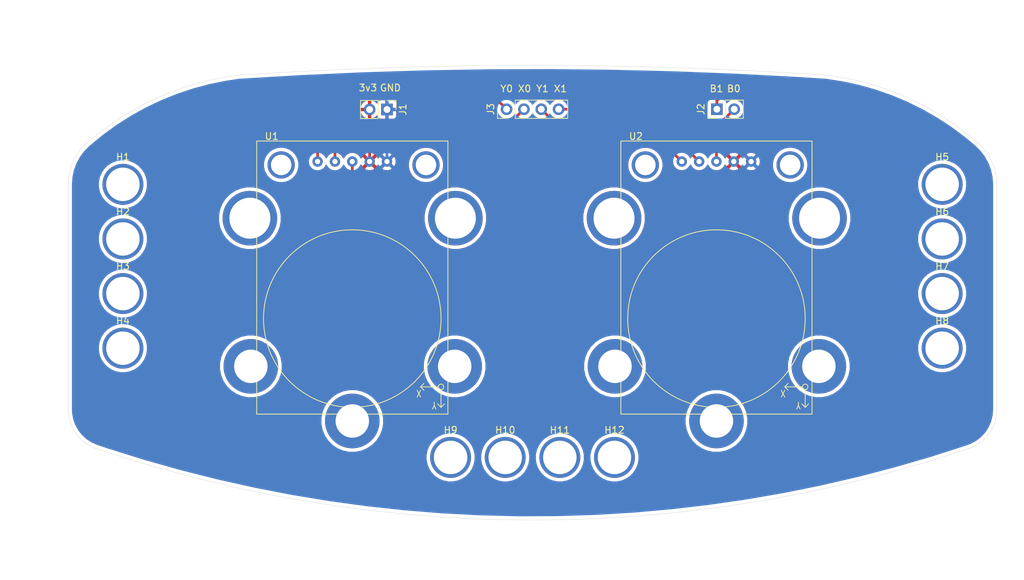
<source format=kicad_pcb>
(kicad_pcb (version 20171130) (host pcbnew 5.1.5+dfsg1-2build2)

  (general
    (thickness 1.6)
    (drawings 26)
    (tracks 35)
    (zones 0)
    (modules 17)
    (nets 9)
  )

  (page A4)
  (layers
    (0 F.Cu signal)
    (31 B.Cu signal)
    (32 B.Adhes user)
    (33 F.Adhes user)
    (34 B.Paste user)
    (35 F.Paste user)
    (36 B.SilkS user)
    (37 F.SilkS user)
    (38 B.Mask user)
    (39 F.Mask user)
    (40 Dwgs.User user)
    (41 Cmts.User user)
    (42 Eco1.User user)
    (43 Eco2.User user)
    (44 Edge.Cuts user)
    (45 Margin user)
    (46 B.CrtYd user)
    (47 F.CrtYd user)
    (48 B.Fab user)
    (49 F.Fab user)
  )

  (setup
    (last_trace_width 0.4)
    (user_trace_width 0.4)
    (trace_clearance 0.2)
    (zone_clearance 0.508)
    (zone_45_only no)
    (trace_min 0.2)
    (via_size 0.8)
    (via_drill 0.4)
    (via_min_size 0.4)
    (via_min_drill 0.3)
    (uvia_size 0.3)
    (uvia_drill 0.1)
    (uvias_allowed no)
    (uvia_min_size 0.2)
    (uvia_min_drill 0.1)
    (edge_width 0.05)
    (segment_width 0.2)
    (pcb_text_width 0.3)
    (pcb_text_size 1.5 1.5)
    (mod_edge_width 0.12)
    (mod_text_size 1 1)
    (mod_text_width 0.15)
    (pad_size 6 6)
    (pad_drill 4.9)
    (pad_to_mask_clearance 0.051)
    (solder_mask_min_width 0.25)
    (aux_axis_origin 0 0)
    (visible_elements FFFFFF7F)
    (pcbplotparams
      (layerselection 0x010fc_ffffffff)
      (usegerberextensions true)
      (usegerberattributes false)
      (usegerberadvancedattributes false)
      (creategerberjobfile false)
      (excludeedgelayer true)
      (linewidth 0.100000)
      (plotframeref false)
      (viasonmask false)
      (mode 1)
      (useauxorigin false)
      (hpglpennumber 1)
      (hpglpenspeed 20)
      (hpglpendiameter 15.000000)
      (psnegative false)
      (psa4output false)
      (plotreference true)
      (plotvalue true)
      (plotinvisibletext false)
      (padsonsilk false)
      (subtractmaskfromsilk false)
      (outputformat 1)
      (mirror false)
      (drillshape 0)
      (scaleselection 1)
      (outputdirectory "gerber/"))
  )

  (net 0 "")
  (net 1 Y0)
  (net 2 X0)
  (net 3 3v3)
  (net 4 Button0)
  (net 5 GND)
  (net 6 Y1)
  (net 7 X1)
  (net 8 Button1)

  (net_class Default "This is the default net class."
    (clearance 0.2)
    (trace_width 0.25)
    (via_dia 0.8)
    (via_drill 0.4)
    (uvia_dia 0.3)
    (uvia_drill 0.1)
    (add_net 3v3)
    (add_net Button0)
    (add_net Button1)
    (add_net GND)
    (add_net X0)
    (add_net X1)
    (add_net Y0)
    (add_net Y1)
  )

  (module joystick-board:joystick (layer F.Cu) (tedit 6193F23B) (tstamp 6180837E)
    (at 154.94 73.66)
    (path /61814405)
    (fp_text reference U2 (at -11.8 -3.7) (layer F.SilkS)
      (effects (font (size 1 1) (thickness 0.15)))
    )
    (fp_text value joystick (at 14 12 180) (layer F.Fab)
      (effects (font (size 1 1) (thickness 0.15)))
    )
    (fp_line (start -14 -3) (end 14 -3) (layer F.SilkS) (width 0.12))
    (fp_line (start 14 -3) (end 14 37) (layer F.SilkS) (width 0.12))
    (fp_line (start 14 37) (end -14 37) (layer F.SilkS) (width 0.12))
    (fp_line (start -14 37) (end -14 -3) (layer F.SilkS) (width 0.12))
    (fp_circle (center 0 23) (end 13 23) (layer F.SilkS) (width 0.12))
    (fp_circle (center 13 33) (end 13.4 33) (layer F.SilkS) (width 0.12))
    (fp_line (start 13 33.4) (end 13 36) (layer F.SilkS) (width 0.12))
    (fp_line (start 12.5 35.5) (end 13 36) (layer F.SilkS) (width 0.12))
    (fp_line (start 13 36) (end 13.5 35.5) (layer F.SilkS) (width 0.12))
    (fp_line (start 10 33) (end 10.5 32.5) (layer F.SilkS) (width 0.12))
    (fp_line (start 10 33) (end 10.5 33.5) (layer F.SilkS) (width 0.12))
    (fp_line (start 9.5 33.5) (end 10 34.5) (layer F.SilkS) (width 0.12))
    (fp_line (start 10 33.5) (end 9.5 34.5) (layer F.SilkS) (width 0.12))
    (fp_line (start 12.25 36.25) (end 12 35.75) (layer F.SilkS) (width 0.12))
    (fp_line (start 12 35.75) (end 11.75 36.25) (layer F.SilkS) (width 0.12))
    (fp_line (start 12 35.75) (end 12 35.25) (layer F.SilkS) (width 0.12))
    (fp_line (start 10 33) (end 12.5 33) (layer F.SilkS) (width 0.12))
    (pad "" np_thru_hole circle (at -14.859 30) (size 8 8) (drill 4.9) (layers *.Cu *.Mask))
    (pad "" np_thru_hole circle (at 15 30) (size 8 8) (drill 4.9) (layers *.Cu *.Mask))
    (pad "" np_thru_hole circle (at 0 38) (size 8 8) (drill 4.9) (layers *.Cu *.Mask))
    (pad 4 thru_hole circle (at 5.08 0) (size 1.524 1.524) (drill 0.762) (layers *.Cu *.Mask)
      (net 5 GND))
    (pad 2 thru_hole circle (at 0 0) (size 1.524 1.524) (drill 0.762) (layers *.Cu *.Mask)
      (net 8 Button1))
    (pad 3 thru_hole circle (at 2.54 0) (size 1.524 1.524) (drill 0.762) (layers *.Cu *.Mask)
      (net 3 3v3))
    (pad 1 thru_hole circle (at -2.54 0) (size 1.524 1.524) (drill 0.762) (layers *.Cu *.Mask)
      (net 7 X1))
    (pad 0 thru_hole circle (at -5.08 0) (size 1.524 1.524) (drill 0.762) (layers *.Cu *.Mask)
      (net 6 Y1))
    (pad "" np_thru_hole circle (at 10.795 0.5) (size 4 4) (drill 3) (layers *.Cu *.Mask))
    (pad "" np_thru_hole circle (at -10.414 0.5) (size 4 4) (drill 3) (layers *.Cu *.Mask))
    (pad "" np_thru_hole circle (at 15.1 8.3) (size 8 8) (drill 6) (layers *.Cu *.Mask))
    (pad "" np_thru_hole circle (at -15 8.3) (size 8 8) (drill 6) (layers *.Cu *.Mask))
  )

  (module joystick-board:joystick (layer F.Cu) (tedit 6193F23B) (tstamp 618083ED)
    (at 101.6 73.66)
    (path /61811125)
    (fp_text reference U1 (at -11.8 -3.7) (layer F.SilkS)
      (effects (font (size 1 1) (thickness 0.15)))
    )
    (fp_text value joystick (at 14 12 180) (layer F.Fab)
      (effects (font (size 1 1) (thickness 0.15)))
    )
    (fp_line (start -14 -3) (end 14 -3) (layer F.SilkS) (width 0.12))
    (fp_line (start 14 -3) (end 14 37) (layer F.SilkS) (width 0.12))
    (fp_line (start 14 37) (end -14 37) (layer F.SilkS) (width 0.12))
    (fp_line (start -14 37) (end -14 -3) (layer F.SilkS) (width 0.12))
    (fp_circle (center 0 23) (end 13 23) (layer F.SilkS) (width 0.12))
    (fp_circle (center 13 33) (end 13.4 33) (layer F.SilkS) (width 0.12))
    (fp_line (start 13 33.4) (end 13 36) (layer F.SilkS) (width 0.12))
    (fp_line (start 12.5 35.5) (end 13 36) (layer F.SilkS) (width 0.12))
    (fp_line (start 13 36) (end 13.5 35.5) (layer F.SilkS) (width 0.12))
    (fp_line (start 10 33) (end 10.5 32.5) (layer F.SilkS) (width 0.12))
    (fp_line (start 10 33) (end 10.5 33.5) (layer F.SilkS) (width 0.12))
    (fp_line (start 9.5 33.5) (end 10 34.5) (layer F.SilkS) (width 0.12))
    (fp_line (start 10 33.5) (end 9.5 34.5) (layer F.SilkS) (width 0.12))
    (fp_line (start 12.25 36.25) (end 12 35.75) (layer F.SilkS) (width 0.12))
    (fp_line (start 12 35.75) (end 11.75 36.25) (layer F.SilkS) (width 0.12))
    (fp_line (start 12 35.75) (end 12 35.25) (layer F.SilkS) (width 0.12))
    (fp_line (start 10 33) (end 12.5 33) (layer F.SilkS) (width 0.12))
    (pad "" np_thru_hole circle (at -14.859 30) (size 8 8) (drill 4.9) (layers *.Cu *.Mask))
    (pad "" np_thru_hole circle (at 15 30) (size 8 8) (drill 4.9) (layers *.Cu *.Mask))
    (pad "" np_thru_hole circle (at 0 38) (size 8 8) (drill 4.9) (layers *.Cu *.Mask))
    (pad 4 thru_hole circle (at 5.08 0) (size 1.524 1.524) (drill 0.762) (layers *.Cu *.Mask)
      (net 5 GND))
    (pad 2 thru_hole circle (at 0 0) (size 1.524 1.524) (drill 0.762) (layers *.Cu *.Mask)
      (net 4 Button0))
    (pad 3 thru_hole circle (at 2.54 0) (size 1.524 1.524) (drill 0.762) (layers *.Cu *.Mask)
      (net 3 3v3))
    (pad 1 thru_hole circle (at -2.54 0) (size 1.524 1.524) (drill 0.762) (layers *.Cu *.Mask)
      (net 2 X0))
    (pad 0 thru_hole circle (at -5.08 0) (size 1.524 1.524) (drill 0.762) (layers *.Cu *.Mask)
      (net 1 Y0))
    (pad "" np_thru_hole circle (at 10.795 0.5) (size 4 4) (drill 3) (layers *.Cu *.Mask))
    (pad "" np_thru_hole circle (at -10.414 0.5) (size 4 4) (drill 3) (layers *.Cu *.Mask))
    (pad "" np_thru_hole circle (at 15.1 8.3) (size 8 8) (drill 6) (layers *.Cu *.Mask))
    (pad "" np_thru_hole circle (at -15 8.3) (size 8 8) (drill 6) (layers *.Cu *.Mask))
  )

  (module Connector_PinHeader_2.54mm:PinHeader_1x02_P2.54mm_Vertical (layer F.Cu) (tedit 59FED5CC) (tstamp 61808A96)
    (at 155 66 90)
    (descr "Through hole straight pin header, 1x02, 2.54mm pitch, single row")
    (tags "Through hole pin header THT 1x02 2.54mm single row")
    (path /61839BD7)
    (fp_text reference J2 (at 0 -2.33 90) (layer F.SilkS)
      (effects (font (size 1 1) (thickness 0.15)))
    )
    (fp_text value Conn_01x02 (at 0 4.87 90) (layer F.Fab)
      (effects (font (size 1 1) (thickness 0.15)))
    )
    (fp_text user %R (at 0 1.27) (layer F.Fab)
      (effects (font (size 1 1) (thickness 0.15)))
    )
    (fp_line (start 1.8 -1.8) (end -1.8 -1.8) (layer F.CrtYd) (width 0.05))
    (fp_line (start 1.8 4.35) (end 1.8 -1.8) (layer F.CrtYd) (width 0.05))
    (fp_line (start -1.8 4.35) (end 1.8 4.35) (layer F.CrtYd) (width 0.05))
    (fp_line (start -1.8 -1.8) (end -1.8 4.35) (layer F.CrtYd) (width 0.05))
    (fp_line (start -1.33 -1.33) (end 0 -1.33) (layer F.SilkS) (width 0.12))
    (fp_line (start -1.33 0) (end -1.33 -1.33) (layer F.SilkS) (width 0.12))
    (fp_line (start -1.33 1.27) (end 1.33 1.27) (layer F.SilkS) (width 0.12))
    (fp_line (start 1.33 1.27) (end 1.33 3.87) (layer F.SilkS) (width 0.12))
    (fp_line (start -1.33 1.27) (end -1.33 3.87) (layer F.SilkS) (width 0.12))
    (fp_line (start -1.33 3.87) (end 1.33 3.87) (layer F.SilkS) (width 0.12))
    (fp_line (start -1.27 -0.635) (end -0.635 -1.27) (layer F.Fab) (width 0.1))
    (fp_line (start -1.27 3.81) (end -1.27 -0.635) (layer F.Fab) (width 0.1))
    (fp_line (start 1.27 3.81) (end -1.27 3.81) (layer F.Fab) (width 0.1))
    (fp_line (start 1.27 -1.27) (end 1.27 3.81) (layer F.Fab) (width 0.1))
    (fp_line (start -0.635 -1.27) (end 1.27 -1.27) (layer F.Fab) (width 0.1))
    (pad 2 thru_hole oval (at 0 2.54 90) (size 1.7 1.7) (drill 1) (layers *.Cu *.Mask)
      (net 8 Button1))
    (pad 1 thru_hole rect (at 0 0 90) (size 1.7 1.7) (drill 1) (layers *.Cu *.Mask)
      (net 4 Button0))
    (model ${KISYS3DMOD}/Connector_PinHeader_2.54mm.3dshapes/PinHeader_1x02_P2.54mm_Vertical.wrl
      (at (xyz 0 0 0))
      (scale (xyz 1 1 1))
      (rotate (xyz 0 0 0))
    )
  )

  (module MountingHole:MountingHole_4mm (layer F.Cu) (tedit 617FFA3D) (tstamp 6180847F)
    (at 140 117)
    (descr "Mounting Hole 4mm, no annular")
    (tags "mounting hole 4mm no annular")
    (path /61831FD9)
    (attr virtual)
    (fp_text reference H12 (at 0 -4) (layer F.SilkS)
      (effects (font (size 1 1) (thickness 0.15)))
    )
    (fp_text value MountingHole (at 0 5) (layer F.Fab)
      (effects (font (size 1 1) (thickness 0.15)))
    )
    (fp_circle (center 0 0) (end 4.25 0) (layer F.CrtYd) (width 0.05))
    (fp_circle (center 0 0) (end 4 0) (layer Cmts.User) (width 0.15))
    (fp_text user %R (at 0.3 0) (layer F.Fab)
      (effects (font (size 1 1) (thickness 0.15)))
    )
    (pad "" np_thru_hole circle (at 0 0) (size 6 6) (drill 4.9) (layers *.Cu *.Mask))
  )

  (module MountingHole:MountingHole_4mm (layer F.Cu) (tedit 617FFA32) (tstamp 61808323)
    (at 132 117)
    (descr "Mounting Hole 4mm, no annular")
    (tags "mounting hole 4mm no annular")
    (path /61831FCF)
    (attr virtual)
    (fp_text reference H11 (at 0 -4) (layer F.SilkS)
      (effects (font (size 1 1) (thickness 0.15)))
    )
    (fp_text value MountingHole (at 0 5) (layer F.Fab)
      (effects (font (size 1 1) (thickness 0.15)))
    )
    (fp_circle (center 0 0) (end 4.25 0) (layer F.CrtYd) (width 0.05))
    (fp_circle (center 0 0) (end 4 0) (layer Cmts.User) (width 0.15))
    (fp_text user %R (at 0.3 0) (layer F.Fab)
      (effects (font (size 1 1) (thickness 0.15)))
    )
    (pad "" np_thru_hole circle (at 0 0) (size 6 6) (drill 4.9) (layers *.Cu *.Mask))
  )

  (module MountingHole:MountingHole_4mm (layer F.Cu) (tedit 617FFA28) (tstamp 6180833B)
    (at 124 117)
    (descr "Mounting Hole 4mm, no annular")
    (tags "mounting hole 4mm no annular")
    (path /61831FC5)
    (attr virtual)
    (fp_text reference H10 (at 0 -4) (layer F.SilkS)
      (effects (font (size 1 1) (thickness 0.15)))
    )
    (fp_text value MountingHole (at 0 5) (layer F.Fab)
      (effects (font (size 1 1) (thickness 0.15)))
    )
    (fp_circle (center 0 0) (end 4.25 0) (layer F.CrtYd) (width 0.05))
    (fp_circle (center 0 0) (end 4 0) (layer Cmts.User) (width 0.15))
    (fp_text user %R (at 0.3 0) (layer F.Fab)
      (effects (font (size 1 1) (thickness 0.15)))
    )
    (pad "" np_thru_hole circle (at 0 0) (size 6 6) (drill 4.9) (layers *.Cu *.Mask))
  )

  (module MountingHole:MountingHole_4mm (layer F.Cu) (tedit 617FFA1B) (tstamp 618083BF)
    (at 116 117)
    (descr "Mounting Hole 4mm, no annular")
    (tags "mounting hole 4mm no annular")
    (path /61831FBB)
    (attr virtual)
    (fp_text reference H9 (at 0 -4) (layer F.SilkS)
      (effects (font (size 1 1) (thickness 0.15)))
    )
    (fp_text value MountingHole (at 0 5) (layer F.Fab)
      (effects (font (size 1 1) (thickness 0.15)))
    )
    (fp_circle (center 0 0) (end 4.25 0) (layer F.CrtYd) (width 0.05))
    (fp_circle (center 0 0) (end 4 0) (layer Cmts.User) (width 0.15))
    (fp_text user %R (at 0.3 0) (layer F.Fab)
      (effects (font (size 1 1) (thickness 0.15)))
    )
    (pad "" np_thru_hole circle (at 0 0) (size 6 6) (drill 4.9) (layers *.Cu *.Mask))
  )

  (module MountingHole:MountingHole_4mm (layer F.Cu) (tedit 617FF90C) (tstamp 61806C9D)
    (at 188 101)
    (descr "Mounting Hole 4mm, no annular")
    (tags "mounting hole 4mm no annular")
    (path /6182AC38)
    (attr virtual)
    (fp_text reference H8 (at 0 -4) (layer F.SilkS)
      (effects (font (size 1 1) (thickness 0.15)))
    )
    (fp_text value MountingHole (at 0 5) (layer F.Fab)
      (effects (font (size 1 1) (thickness 0.15)))
    )
    (fp_circle (center 0 0) (end 4.25 0) (layer F.CrtYd) (width 0.05))
    (fp_circle (center 0 0) (end 4 0) (layer Cmts.User) (width 0.15))
    (fp_text user %R (at 0.3 0) (layer F.Fab)
      (effects (font (size 1 1) (thickness 0.15)))
    )
    (pad "" np_thru_hole circle (at 0 0) (size 6 6) (drill 4.9) (layers *.Cu *.Mask))
  )

  (module MountingHole:MountingHole_4mm (layer F.Cu) (tedit 617FF8CC) (tstamp 61806C95)
    (at 188 93)
    (descr "Mounting Hole 4mm, no annular")
    (tags "mounting hole 4mm no annular")
    (path /6182A4F8)
    (attr virtual)
    (fp_text reference H7 (at 0 -4) (layer F.SilkS)
      (effects (font (size 1 1) (thickness 0.15)))
    )
    (fp_text value MountingHole (at 0 5) (layer F.Fab)
      (effects (font (size 1 1) (thickness 0.15)))
    )
    (fp_circle (center 0 0) (end 4.25 0) (layer F.CrtYd) (width 0.05))
    (fp_circle (center 0 0) (end 4 0) (layer Cmts.User) (width 0.15))
    (fp_text user %R (at 0.3 0) (layer F.Fab)
      (effects (font (size 1 1) (thickness 0.15)))
    )
    (pad "" np_thru_hole circle (at 0 0) (size 6 6) (drill 4.9) (layers *.Cu *.Mask))
  )

  (module MountingHole:MountingHole_4mm (layer F.Cu) (tedit 617FF900) (tstamp 61806C8D)
    (at 188 85)
    (descr "Mounting Hole 4mm, no annular")
    (tags "mounting hole 4mm no annular")
    (path /6182AC2E)
    (attr virtual)
    (fp_text reference H6 (at 0 -4) (layer F.SilkS)
      (effects (font (size 1 1) (thickness 0.15)))
    )
    (fp_text value MountingHole (at 0 5) (layer F.Fab)
      (effects (font (size 1 1) (thickness 0.15)))
    )
    (fp_circle (center 0 0) (end 4.25 0) (layer F.CrtYd) (width 0.05))
    (fp_circle (center 0 0) (end 4 0) (layer Cmts.User) (width 0.15))
    (fp_text user %R (at 0.3 0) (layer F.Fab)
      (effects (font (size 1 1) (thickness 0.15)))
    )
    (pad "" np_thru_hole circle (at 0 0) (size 6 6) (drill 4.9) (layers *.Cu *.Mask))
  )

  (module MountingHole:MountingHole_4mm (layer F.Cu) (tedit 617FF8C0) (tstamp 61807329)
    (at 188 77)
    (descr "Mounting Hole 4mm, no annular")
    (tags "mounting hole 4mm no annular")
    (path /6182A338)
    (attr virtual)
    (fp_text reference H5 (at 0 -4) (layer F.SilkS)
      (effects (font (size 1 1) (thickness 0.15)))
    )
    (fp_text value MountingHole (at 0 5) (layer F.Fab)
      (effects (font (size 1 1) (thickness 0.15)))
    )
    (fp_circle (center 0 0) (end 4.25 0) (layer F.CrtYd) (width 0.05))
    (fp_circle (center 0 0) (end 4 0) (layer Cmts.User) (width 0.15))
    (fp_text user %R (at 0.3 0) (layer F.Fab)
      (effects (font (size 1 1) (thickness 0.15)))
    )
    (pad "" np_thru_hole circle (at 0 0) (size 6 6) (drill 4.9) (layers *.Cu *.Mask))
  )

  (module MountingHole:MountingHole_4mm (layer F.Cu) (tedit 617FF8F5) (tstamp 61806C7D)
    (at 68 101)
    (descr "Mounting Hole 4mm, no annular")
    (tags "mounting hole 4mm no annular")
    (path /6182AC24)
    (attr virtual)
    (fp_text reference H4 (at 0 -4) (layer F.SilkS)
      (effects (font (size 1 1) (thickness 0.15)))
    )
    (fp_text value MountingHole (at 0 5) (layer F.Fab)
      (effects (font (size 1 1) (thickness 0.15)))
    )
    (fp_circle (center 0 0) (end 4.25 0) (layer F.CrtYd) (width 0.05))
    (fp_circle (center 0 0) (end 4 0) (layer Cmts.User) (width 0.15))
    (fp_text user %R (at 0.3 0) (layer F.Fab)
      (effects (font (size 1 1) (thickness 0.15)))
    )
    (pad "" np_thru_hole circle (at 0 0) (size 6 6) (drill 4.9) (layers *.Cu *.Mask))
  )

  (module MountingHole:MountingHole_4mm (layer F.Cu) (tedit 617FF89C) (tstamp 61806C75)
    (at 68 93)
    (descr "Mounting Hole 4mm, no annular")
    (tags "mounting hole 4mm no annular")
    (path /6182A1AE)
    (attr virtual)
    (fp_text reference H3 (at 0 -4) (layer F.SilkS)
      (effects (font (size 1 1) (thickness 0.15)))
    )
    (fp_text value MountingHole (at 0 5) (layer F.Fab)
      (effects (font (size 1 1) (thickness 0.15)))
    )
    (fp_circle (center 0 0) (end 4.25 0) (layer F.CrtYd) (width 0.05))
    (fp_circle (center 0 0) (end 4 0) (layer Cmts.User) (width 0.15))
    (fp_text user %R (at 0.3 0) (layer F.Fab)
      (effects (font (size 1 1) (thickness 0.15)))
    )
    (pad "" np_thru_hole circle (at 0 0) (size 6 6) (drill 4.9) (layers *.Cu *.Mask))
  )

  (module MountingHole:MountingHole_4mm (layer F.Cu) (tedit 6193EADE) (tstamp 61806C6D)
    (at 68 85)
    (descr "Mounting Hole 4mm, no annular")
    (tags "mounting hole 4mm no annular")
    (path /6182AC1A)
    (attr virtual)
    (fp_text reference H2 (at 0 -4) (layer F.SilkS)
      (effects (font (size 1 1) (thickness 0.15)))
    )
    (fp_text value MountingHole (at 0 5) (layer F.Fab)
      (effects (font (size 1 1) (thickness 0.15)))
    )
    (fp_circle (center 0 0) (end 4.25 0) (layer F.CrtYd) (width 0.05))
    (fp_circle (center 0 0) (end 4 0) (layer Cmts.User) (width 0.15))
    (fp_text user %R (at 0.3 0) (layer F.Fab)
      (effects (font (size 1 1) (thickness 0.15)))
    )
    (pad "" np_thru_hole circle (at 0 0) (size 6 6) (drill 4.9) (layers *.Cu *.Mask))
  )

  (module MountingHole:MountingHole_4mm (layer F.Cu) (tedit 6193F1DC) (tstamp 61806C65)
    (at 68 77)
    (descr "Mounting Hole 4mm, no annular")
    (tags "mounting hole 4mm no annular")
    (path /6182A02C)
    (attr virtual)
    (fp_text reference H1 (at 0 -4) (layer F.SilkS)
      (effects (font (size 1 1) (thickness 0.15)))
    )
    (fp_text value MountingHole (at 0 5) (layer F.Fab)
      (effects (font (size 1 1) (thickness 0.15)))
    )
    (fp_circle (center 0 0) (end 4.25 0) (layer F.CrtYd) (width 0.05))
    (fp_circle (center 0 0) (end 4 0) (layer Cmts.User) (width 0.15))
    (fp_text user %R (at 0.3 0) (layer F.Fab)
      (effects (font (size 1 1) (thickness 0.15)))
    )
    (pad "" np_thru_hole circle (at 0 0) (size 6 6) (drill 4.9) (layers *.Cu *.Mask))
  )

  (module Connector_PinHeader_2.54mm:PinHeader_1x04_P2.54mm_Vertical (layer F.Cu) (tedit 617FF5F0) (tstamp 6180844A)
    (at 124.2 66 90)
    (descr "Through hole straight pin header, 1x04, 2.54mm pitch, single row")
    (tags "Through hole pin header THT 1x04 2.54mm single row")
    (path /6181D10D)
    (fp_text reference J3 (at 0 -2.33 90) (layer F.SilkS)
      (effects (font (size 1 1) (thickness 0.15)))
    )
    (fp_text value Conn_01x04 (at 0 9.95 90) (layer F.Fab)
      (effects (font (size 1 1) (thickness 0.15)))
    )
    (fp_text user %R (at 0 3.81) (layer F.Fab)
      (effects (font (size 1 1) (thickness 0.15)))
    )
    (fp_line (start 1.8 -1.8) (end -1.8 -1.8) (layer F.CrtYd) (width 0.05))
    (fp_line (start 1.8 9.4) (end 1.8 -1.8) (layer F.CrtYd) (width 0.05))
    (fp_line (start -1.8 9.4) (end 1.8 9.4) (layer F.CrtYd) (width 0.05))
    (fp_line (start -1.8 -1.8) (end -1.8 9.4) (layer F.CrtYd) (width 0.05))
    (fp_line (start -1.33 -1.33) (end 0 -1.33) (layer F.SilkS) (width 0.12))
    (fp_line (start -1.33 0) (end -1.33 -1.33) (layer F.SilkS) (width 0.12))
    (fp_line (start -1.33 1.27) (end 1.33 1.27) (layer F.SilkS) (width 0.12))
    (fp_line (start 1.33 1.27) (end 1.33 8.95) (layer F.SilkS) (width 0.12))
    (fp_line (start -1.33 1.27) (end -1.33 8.95) (layer F.SilkS) (width 0.12))
    (fp_line (start -1.33 8.95) (end 1.33 8.95) (layer F.SilkS) (width 0.12))
    (fp_line (start -1.27 -0.635) (end -0.635 -1.27) (layer F.Fab) (width 0.1))
    (fp_line (start -1.27 8.89) (end -1.27 -0.635) (layer F.Fab) (width 0.1))
    (fp_line (start 1.27 8.89) (end -1.27 8.89) (layer F.Fab) (width 0.1))
    (fp_line (start 1.27 -1.27) (end 1.27 8.89) (layer F.Fab) (width 0.1))
    (fp_line (start -0.635 -1.27) (end 1.27 -1.27) (layer F.Fab) (width 0.1))
    (pad 4 thru_hole oval (at 0 7.62 90) (size 1.7 1.7) (drill 1) (layers *.Cu *.Mask)
      (net 7 X1))
    (pad 3 thru_hole oval (at 0 5.08 90) (size 1.7 1.7) (drill 1) (layers *.Cu *.Mask)
      (net 6 Y1))
    (pad 2 thru_hole oval (at 0 2.54 90) (size 1.7 1.7) (drill 1) (layers *.Cu *.Mask)
      (net 2 X0))
    (pad 1 thru_hole custom (at 0 0 90) (size 1.7 1.7) (drill 1) (layers *.Cu *.Mask)
      (net 1 Y0) (zone_connect 0)
      (options (clearance outline) (anchor circle))
      (primitives
      ))
    (model ${KISYS3DMOD}/Connector_PinHeader_2.54mm.3dshapes/PinHeader_1x04_P2.54mm_Vertical.wrl
      (at (xyz 0 0 0))
      (scale (xyz 1 1 1))
      (rotate (xyz 0 0 0))
    )
  )

  (module Connector_PinHeader_2.54mm:PinHeader_1x02_P2.54mm_Vertical (layer F.Cu) (tedit 59FED5CC) (tstamp 618082F2)
    (at 106.68 66.04 270)
    (descr "Through hole straight pin header, 1x02, 2.54mm pitch, single row")
    (tags "Through hole pin header THT 1x02 2.54mm single row")
    (path /61819E13)
    (fp_text reference J1 (at 0 -2.33 90) (layer F.SilkS)
      (effects (font (size 1 1) (thickness 0.15)))
    )
    (fp_text value Conn_01x02 (at 0 4.87 90) (layer F.Fab)
      (effects (font (size 1 1) (thickness 0.15)))
    )
    (fp_line (start -0.635 -1.27) (end 1.27 -1.27) (layer F.Fab) (width 0.1))
    (fp_line (start 1.27 -1.27) (end 1.27 3.81) (layer F.Fab) (width 0.1))
    (fp_line (start 1.27 3.81) (end -1.27 3.81) (layer F.Fab) (width 0.1))
    (fp_line (start -1.27 3.81) (end -1.27 -0.635) (layer F.Fab) (width 0.1))
    (fp_line (start -1.27 -0.635) (end -0.635 -1.27) (layer F.Fab) (width 0.1))
    (fp_line (start -1.33 3.87) (end 1.33 3.87) (layer F.SilkS) (width 0.12))
    (fp_line (start -1.33 1.27) (end -1.33 3.87) (layer F.SilkS) (width 0.12))
    (fp_line (start 1.33 1.27) (end 1.33 3.87) (layer F.SilkS) (width 0.12))
    (fp_line (start -1.33 1.27) (end 1.33 1.27) (layer F.SilkS) (width 0.12))
    (fp_line (start -1.33 0) (end -1.33 -1.33) (layer F.SilkS) (width 0.12))
    (fp_line (start -1.33 -1.33) (end 0 -1.33) (layer F.SilkS) (width 0.12))
    (fp_line (start -1.8 -1.8) (end -1.8 4.35) (layer F.CrtYd) (width 0.05))
    (fp_line (start -1.8 4.35) (end 1.8 4.35) (layer F.CrtYd) (width 0.05))
    (fp_line (start 1.8 4.35) (end 1.8 -1.8) (layer F.CrtYd) (width 0.05))
    (fp_line (start 1.8 -1.8) (end -1.8 -1.8) (layer F.CrtYd) (width 0.05))
    (fp_text user %R (at 0 1.27) (layer F.Fab)
      (effects (font (size 1 1) (thickness 0.15)))
    )
    (pad 1 thru_hole rect (at 0 0 270) (size 1.7 1.7) (drill 1) (layers *.Cu *.Mask)
      (net 5 GND))
    (pad 2 thru_hole oval (at 0 2.54 270) (size 1.7 1.7) (drill 1) (layers *.Cu *.Mask)
      (net 3 3v3))
    (model ${KISYS3DMOD}/Connector_PinHeader_2.54mm.3dshapes/PinHeader_1x02_P2.54mm_Vertical.wrl
      (at (xyz 0 0 0))
      (scale (xyz 1 1 1))
      (rotate (xyz 0 0 0))
    )
  )

  (gr_text "Rafael Bachmann, Nov. 2021" (at 168.148 116.713 12) (layer F.Mask) (tstamp 619452B6)
    (effects (font (size 1.5 1.5) (thickness 0.3)))
  )
  (gr_text "Rev. 2" (at 180.5305 89.027 90) (layer F.Mask) (tstamp 61945209)
    (effects (font (size 1.2 1.2) (thickness 0.2)))
  )
  (gr_text "Rev. 2" (at 180.5305 89.027 90) (layer F.Cu) (tstamp 61945208)
    (effects (font (size 1.2 1.2) (thickness 0.2)))
  )
  (gr_text github.com/barafael/brick-rover-brainboard (at 177.546 89.027 90) (layer F.Mask) (tstamp 61945202)
    (effects (font (size 1.2 1.2) (thickness 0.2)))
  )
  (gr_text github.com/barafael/brick-rover-brainboard (at 177.546 89.027 90) (layer F.Cu)
    (effects (font (size 1.2 1.2) (thickness 0.2)))
  )
  (gr_text "Rafael Bachmann, Nov. 2021" (at 168.148 116.713 12) (layer F.Cu)
    (effects (font (size 1.5 1.5) (thickness 0.3)))
  )
  (gr_text "Brick Mounted Joystick Board" (at 88.4555 116.713 -12) (layer F.Mask) (tstamp 619450AD)
    (effects (font (size 1.5 1.5) (thickness 0.3)))
  )
  (gr_text "Brick Mounted Joystick Board" (at 88.4555 116.713 -12) (layer F.Cu)
    (effects (font (size 1.5 1.5) (thickness 0.3)))
  )
  (gr_text B0 (at 157.48 62.992) (layer F.SilkS) (tstamp 61809102)
    (effects (font (size 1 1) (thickness 0.15)))
  )
  (gr_text B1 (at 154.94 62.992) (layer F.SilkS) (tstamp 618090FF)
    (effects (font (size 1 1) (thickness 0.15)))
  )
  (gr_text X1 (at 132.08 62.992) (layer F.SilkS) (tstamp 61808EF8)
    (effects (font (size 1 1) (thickness 0.15)))
  )
  (gr_text Y1 (at 129.455332 62.992) (layer F.SilkS) (tstamp 61808EF2)
    (effects (font (size 1 1) (thickness 0.15)))
  )
  (gr_text X0 (at 126.830666 62.992) (layer F.SilkS) (tstamp 61808EE6)
    (effects (font (size 1 1) (thickness 0.15)))
  )
  (gr_text Y0 (at 124.206 62.992) (layer F.SilkS) (tstamp 61808EE3)
    (effects (font (size 1 1) (thickness 0.15)))
  )
  (gr_text 3v3 (at 103.886 62.865) (layer F.SilkS)
    (effects (font (size 1 1) (thickness 0.15)))
  )
  (gr_text GND (at 107.188 62.865) (layer F.SilkS)
    (effects (font (size 1 1) (thickness 0.15)))
  )
  (gr_arc (start 128 711) (end 170.999678 61.002631) (angle -7.569616997) (layer Edge.Cuts) (width 0.05))
  (gr_arc (start 128 -74) (end 64.102633 115.6921) (angle -37.23197032) (layer Edge.Cuts) (width 0.05))
  (gr_arc (start 68 77) (end 60 77) (angle 49.39870535) (layer Edge.Cuts) (width 0.05) (tstamp 61807FF4))
  (gr_arc (start 90 102) (end 62.79367 70.925948) (angle 34.25023029) (layer Edge.Cuts) (width 0.05) (tstamp 61807FF3))
  (gr_arc (start 166 102) (end 193.20633 70.925948) (angle -34.25023029) (layer Edge.Cuts) (width 0.05))
  (gr_arc (start 188 77) (end 196 77) (angle -49.39870535) (layer Edge.Cuts) (width 0.05))
  (gr_arc (start 190 110) (end 196 110) (angle 71.56505118) (layer Edge.Cuts) (width 0.05) (tstamp 61807FBC))
  (gr_arc (start 66 110) (end 60 110) (angle -71.56505118) (layer Edge.Cuts) (width 0.05))
  (gr_line (start 196 110) (end 196 77) (layer Edge.Cuts) (width 0.05) (tstamp 61807FB2))
  (gr_line (start 60 77) (end 60 110) (layer Edge.Cuts) (width 0.05))

  (segment (start 120.2 62) (end 124.2 66) (width 0.4) (layer F.Cu) (net 1))
  (segment (start 100.076 61.976) (end 120.2 62) (width 0.4) (layer F.Cu) (net 1))
  (segment (start 96.52 65.532) (end 100.076 61.976) (width 0.4) (layer F.Cu) (net 1))
  (segment (start 96.52 73.66) (end 96.52 65.532) (width 0.4) (layer F.Cu) (net 1))
  (segment (start 99.06 65.532) (end 99.06 73.66) (width 0.4) (layer F.Cu) (net 2))
  (segment (start 101.6 63) (end 99.06 65.532) (width 0.4) (layer F.Cu) (net 2))
  (segment (start 118 63) (end 101.6 63) (width 0.4) (layer F.Cu) (net 2))
  (segment (start 123 68) (end 118 63) (width 0.4) (layer F.Cu) (net 2))
  (segment (start 124.74 68) (end 123 68) (width 0.4) (layer F.Cu) (net 2))
  (segment (start 126.74 66) (end 124.74 68) (width 0.4) (layer F.Cu) (net 2))
  (segment (start 104.14 66.04) (end 104.14 73.66) (width 0.4) (layer F.Cu) (net 3) (tstamp 6180842B))
  (segment (start 104.14 73.66) (end 107.442 76.962) (width 0.4) (layer F.Cu) (net 3))
  (segment (start 154.178 76.962) (end 157.48 73.66) (width 0.4) (layer F.Cu) (net 3))
  (segment (start 107.442 76.962) (end 154.178 76.962) (width 0.4) (layer F.Cu) (net 3))
  (segment (start 101.6 73.66) (end 101.6 78.994) (width 0.4) (layer F.Cu) (net 4))
  (segment (start 101.6 78.994) (end 112.014 89.408) (width 0.4) (layer F.Cu) (net 4))
  (segment (start 112.014 89.408) (end 149.86 89.408) (width 0.4) (layer F.Cu) (net 4))
  (segment (start 149.86 89.408) (end 162.56 76.708) (width 0.4) (layer F.Cu) (net 4))
  (segment (start 162.56 76.708) (end 162.56 65.786) (width 0.4) (layer F.Cu) (net 4))
  (segment (start 162.56 65.786) (end 160.02 63.246) (width 0.4) (layer F.Cu) (net 4))
  (segment (start 155 64.75) (end 155 66) (width 0.4) (layer F.Cu) (net 4))
  (segment (start 156.504 63.246) (end 155 64.75) (width 0.4) (layer F.Cu) (net 4))
  (segment (start 160.02 63.246) (end 156.504 63.246) (width 0.4) (layer F.Cu) (net 4))
  (segment (start 106.68 73.66) (end 106.68 66.04) (width 0.4) (layer B.Cu) (net 5) (tstamp 61808356))
  (segment (start 106.68 73.66) (end 109.34 71) (width 0.4) (layer B.Cu) (net 5) (tstamp 6180835F))
  (segment (start 157.36 71) (end 160.02 73.66) (width 0.4) (layer B.Cu) (net 5) (tstamp 618083CE))
  (segment (start 109.34 71) (end 157.36 71) (width 0.4) (layer B.Cu) (net 5) (tstamp 61808350))
  (segment (start 129.28 66) (end 131.28 68) (width 0.4) (layer F.Cu) (net 6) (tstamp 61808332))
  (segment (start 144.2 68) (end 149.86 73.66) (width 0.4) (layer F.Cu) (net 6) (tstamp 61808353))
  (segment (start 131.28 68) (end 144.2 68) (width 0.4) (layer F.Cu) (net 6) (tstamp 6180834D))
  (segment (start 144.74 66) (end 152.4 73.66) (width 0.4) (layer F.Cu) (net 7) (tstamp 61808359))
  (segment (start 131.82 66) (end 144.74 66) (width 0.4) (layer F.Cu) (net 7))
  (segment (start 157.54 66) (end 158 66) (width 0.4) (layer F.Cu) (net 8))
  (segment (start 154.94 68.6) (end 157.54 66) (width 0.4) (layer F.Cu) (net 8))
  (segment (start 154.94 73.66) (end 154.94 68.6) (width 0.4) (layer F.Cu) (net 8))

  (zone (net 3) (net_name 3v3) (layer F.Cu) (tstamp 61809848) (hatch edge 0.508)
    (connect_pads (clearance 0.508))
    (min_thickness 0.254)
    (fill yes (arc_segments 32) (thermal_gap 0.508) (thermal_bridge_width 0.508))
    (polygon
      (pts
        (xy 200 135) (xy 50 135) (xy 50 50) (xy 200 50)
      )
    )
    (filled_polygon
      (pts
        (xy 122.380563 68.561432) (xy 122.406709 68.593291) (xy 122.438568 68.619437) (xy 122.43857 68.619439) (xy 122.533854 68.697636)
        (xy 122.678913 68.775172) (xy 122.836311 68.822918) (xy 123 68.83904) (xy 123.041018 68.835) (xy 124.698982 68.835)
        (xy 124.74 68.83904) (xy 124.781018 68.835) (xy 124.781019 68.835) (xy 124.903689 68.822918) (xy 125.061087 68.775172)
        (xy 125.206146 68.697636) (xy 125.333291 68.593291) (xy 125.359446 68.561421) (xy 126.46206 67.458807) (xy 126.59374 67.485)
        (xy 126.88626 67.485) (xy 127.173158 67.427932) (xy 127.443411 67.31599) (xy 127.686632 67.153475) (xy 127.893475 66.946632)
        (xy 128.01 66.77224) (xy 128.126525 66.946632) (xy 128.333368 67.153475) (xy 128.576589 67.31599) (xy 128.846842 67.427932)
        (xy 129.13374 67.485) (xy 129.42626 67.485) (xy 129.55794 67.458807) (xy 130.660559 68.561427) (xy 130.686709 68.593291)
        (xy 130.78972 68.67783) (xy 130.813854 68.697636) (xy 130.958913 68.775172) (xy 131.116311 68.822918) (xy 131.279999 68.83904)
        (xy 131.321018 68.835) (xy 143.854133 68.835) (xy 148.47603 73.456899) (xy 148.463 73.522408) (xy 148.463 73.797592)
        (xy 148.516686 74.06749) (xy 148.621995 74.321727) (xy 148.77488 74.550535) (xy 148.969465 74.74512) (xy 149.198273 74.898005)
        (xy 149.45251 75.003314) (xy 149.722408 75.057) (xy 149.997592 75.057) (xy 150.26749 75.003314) (xy 150.521727 74.898005)
        (xy 150.750535 74.74512) (xy 150.94512 74.550535) (xy 151.098005 74.321727) (xy 151.13 74.244485) (xy 151.161995 74.321727)
        (xy 151.31488 74.550535) (xy 151.509465 74.74512) (xy 151.738273 74.898005) (xy 151.99251 75.003314) (xy 152.262408 75.057)
        (xy 152.537592 75.057) (xy 152.80749 75.003314) (xy 153.061727 74.898005) (xy 153.290535 74.74512) (xy 153.48512 74.550535)
        (xy 153.638005 74.321727) (xy 153.67 74.244485) (xy 153.701995 74.321727) (xy 153.85488 74.550535) (xy 154.049465 74.74512)
        (xy 154.278273 74.898005) (xy 154.53251 75.003314) (xy 154.802408 75.057) (xy 155.077592 75.057) (xy 155.34749 75.003314)
        (xy 155.601727 74.898005) (xy 155.830535 74.74512) (xy 155.95009 74.625565) (xy 156.69404 74.625565) (xy 156.76102 74.865656)
        (xy 157.010048 74.982756) (xy 157.277135 75.049023) (xy 157.552017 75.06191) (xy 157.824133 75.020922) (xy 158.083023 74.927636)
        (xy 158.19898 74.865656) (xy 158.26596 74.625565) (xy 157.48 73.839605) (xy 156.69404 74.625565) (xy 155.95009 74.625565)
        (xy 156.02512 74.550535) (xy 156.178005 74.321727) (xy 156.207692 74.250057) (xy 156.212364 74.263023) (xy 156.274344 74.37898)
        (xy 156.514435 74.44596) (xy 157.300395 73.66) (xy 157.659605 73.66) (xy 158.445565 74.44596) (xy 158.685656 74.37898)
        (xy 158.749485 74.24324) (xy 158.781995 74.321727) (xy 158.93488 74.550535) (xy 159.129465 74.74512) (xy 159.358273 74.898005)
        (xy 159.61251 75.003314) (xy 159.882408 75.057) (xy 160.157592 75.057) (xy 160.42749 75.003314) (xy 160.681727 74.898005)
        (xy 160.910535 74.74512) (xy 161.10512 74.550535) (xy 161.258005 74.321727) (xy 161.363314 74.06749) (xy 161.417 73.797592)
        (xy 161.417 73.522408) (xy 161.363314 73.25251) (xy 161.258005 72.998273) (xy 161.10512 72.769465) (xy 160.910535 72.57488)
        (xy 160.681727 72.421995) (xy 160.42749 72.316686) (xy 160.157592 72.263) (xy 159.882408 72.263) (xy 159.61251 72.316686)
        (xy 159.358273 72.421995) (xy 159.129465 72.57488) (xy 158.93488 72.769465) (xy 158.781995 72.998273) (xy 158.752308 73.069943)
        (xy 158.747636 73.056977) (xy 158.685656 72.94102) (xy 158.445565 72.87404) (xy 157.659605 73.66) (xy 157.300395 73.66)
        (xy 156.514435 72.87404) (xy 156.274344 72.94102) (xy 156.210515 73.07676) (xy 156.178005 72.998273) (xy 156.02512 72.769465)
        (xy 155.95009 72.694435) (xy 156.69404 72.694435) (xy 157.48 73.480395) (xy 158.26596 72.694435) (xy 158.19898 72.454344)
        (xy 157.949952 72.337244) (xy 157.682865 72.270977) (xy 157.407983 72.25809) (xy 157.135867 72.299078) (xy 156.876977 72.392364)
        (xy 156.76102 72.454344) (xy 156.69404 72.694435) (xy 155.95009 72.694435) (xy 155.830535 72.57488) (xy 155.775 72.537773)
        (xy 155.775 68.945867) (xy 157.262061 67.458807) (xy 157.39374 67.485) (xy 157.68626 67.485) (xy 157.973158 67.427932)
        (xy 158.243411 67.31599) (xy 158.486632 67.153475) (xy 158.693475 66.946632) (xy 158.85599 66.703411) (xy 158.967932 66.433158)
        (xy 159.025 66.14626) (xy 159.025 65.85374) (xy 158.967932 65.566842) (xy 158.85599 65.296589) (xy 158.693475 65.053368)
        (xy 158.486632 64.846525) (xy 158.243411 64.68401) (xy 157.973158 64.572068) (xy 157.68626 64.515) (xy 157.39374 64.515)
        (xy 157.106842 64.572068) (xy 156.836589 64.68401) (xy 156.593368 64.846525) (xy 156.461513 64.97838) (xy 156.439502 64.90582)
        (xy 156.380537 64.795506) (xy 156.301185 64.698815) (xy 156.263214 64.667653) (xy 156.849868 64.081) (xy 159.674133 64.081)
        (xy 161.725001 66.131869) (xy 161.725 76.362132) (xy 149.514133 88.573) (xy 112.359868 88.573) (xy 105.29036 81.503492)
        (xy 112.065 81.503492) (xy 112.065 82.416508) (xy 112.24312 83.31198) (xy 112.592516 84.155496) (xy 113.09976 84.91464)
        (xy 113.74536 85.56024) (xy 114.504504 86.067484) (xy 115.34802 86.41688) (xy 116.243492 86.595) (xy 117.156508 86.595)
        (xy 118.05198 86.41688) (xy 118.895496 86.067484) (xy 119.65464 85.56024) (xy 120.30024 84.91464) (xy 120.807484 84.155496)
        (xy 121.15688 83.31198) (xy 121.335 82.416508) (xy 121.335 81.503492) (xy 135.305 81.503492) (xy 135.305 82.416508)
        (xy 135.48312 83.31198) (xy 135.832516 84.155496) (xy 136.33976 84.91464) (xy 136.98536 85.56024) (xy 137.744504 86.067484)
        (xy 138.58802 86.41688) (xy 139.483492 86.595) (xy 140.396508 86.595) (xy 141.29198 86.41688) (xy 142.135496 86.067484)
        (xy 142.89464 85.56024) (xy 143.54024 84.91464) (xy 144.047484 84.155496) (xy 144.39688 83.31198) (xy 144.575 82.416508)
        (xy 144.575 81.503492) (xy 144.39688 80.60802) (xy 144.047484 79.764504) (xy 143.54024 79.00536) (xy 142.89464 78.35976)
        (xy 142.135496 77.852516) (xy 141.29198 77.50312) (xy 140.396508 77.325) (xy 139.483492 77.325) (xy 138.58802 77.50312)
        (xy 137.744504 77.852516) (xy 136.98536 78.35976) (xy 136.33976 79.00536) (xy 135.832516 79.764504) (xy 135.48312 80.60802)
        (xy 135.305 81.503492) (xy 121.335 81.503492) (xy 121.15688 80.60802) (xy 120.807484 79.764504) (xy 120.30024 79.00536)
        (xy 119.65464 78.35976) (xy 118.895496 77.852516) (xy 118.05198 77.50312) (xy 117.156508 77.325) (xy 116.243492 77.325)
        (xy 115.34802 77.50312) (xy 114.504504 77.852516) (xy 113.74536 78.35976) (xy 113.09976 79.00536) (xy 112.592516 79.764504)
        (xy 112.24312 80.60802) (xy 112.065 81.503492) (xy 105.29036 81.503492) (xy 102.435 78.648133) (xy 102.435 74.782227)
        (xy 102.490535 74.74512) (xy 102.61009 74.625565) (xy 103.35404 74.625565) (xy 103.42102 74.865656) (xy 103.670048 74.982756)
        (xy 103.937135 75.049023) (xy 104.212017 75.06191) (xy 104.484133 75.020922) (xy 104.743023 74.927636) (xy 104.85898 74.865656)
        (xy 104.92596 74.625565) (xy 104.14 73.839605) (xy 103.35404 74.625565) (xy 102.61009 74.625565) (xy 102.68512 74.550535)
        (xy 102.838005 74.321727) (xy 102.867692 74.250057) (xy 102.872364 74.263023) (xy 102.934344 74.37898) (xy 103.174435 74.44596)
        (xy 103.960395 73.66) (xy 104.319605 73.66) (xy 105.105565 74.44596) (xy 105.345656 74.37898) (xy 105.409485 74.24324)
        (xy 105.441995 74.321727) (xy 105.59488 74.550535) (xy 105.789465 74.74512) (xy 106.018273 74.898005) (xy 106.27251 75.003314)
        (xy 106.542408 75.057) (xy 106.817592 75.057) (xy 107.08749 75.003314) (xy 107.341727 74.898005) (xy 107.570535 74.74512)
        (xy 107.76512 74.550535) (xy 107.918005 74.321727) (xy 108.023314 74.06749) (xy 108.056535 73.900475) (xy 109.76 73.900475)
        (xy 109.76 74.419525) (xy 109.861261 74.928601) (xy 110.059893 75.408141) (xy 110.348262 75.839715) (xy 110.715285 76.206738)
        (xy 111.146859 76.495107) (xy 111.626399 76.693739) (xy 112.135475 76.795) (xy 112.654525 76.795) (xy 113.163601 76.693739)
        (xy 113.643141 76.495107) (xy 114.074715 76.206738) (xy 114.441738 75.839715) (xy 114.730107 75.408141) (xy 114.928739 74.928601)
        (xy 115.03 74.419525) (xy 115.03 73.900475) (xy 141.891 73.900475) (xy 141.891 74.419525) (xy 141.992261 74.928601)
        (xy 142.190893 75.408141) (xy 142.479262 75.839715) (xy 142.846285 76.206738) (xy 143.277859 76.495107) (xy 143.757399 76.693739)
        (xy 144.266475 76.795) (xy 144.785525 76.795) (xy 145.294601 76.693739) (xy 145.774141 76.495107) (xy 146.205715 76.206738)
        (xy 146.572738 75.839715) (xy 146.861107 75.408141) (xy 147.059739 74.928601) (xy 147.161 74.419525) (xy 147.161 73.900475)
        (xy 147.059739 73.391399) (xy 146.861107 72.911859) (xy 146.572738 72.480285) (xy 146.205715 72.113262) (xy 145.774141 71.824893)
        (xy 145.294601 71.626261) (xy 144.785525 71.525) (xy 144.266475 71.525) (xy 143.757399 71.626261) (xy 143.277859 71.824893)
        (xy 142.846285 72.113262) (xy 142.479262 72.480285) (xy 142.190893 72.911859) (xy 141.992261 73.391399) (xy 141.891 73.900475)
        (xy 115.03 73.900475) (xy 114.928739 73.391399) (xy 114.730107 72.911859) (xy 114.441738 72.480285) (xy 114.074715 72.113262)
        (xy 113.643141 71.824893) (xy 113.163601 71.626261) (xy 112.654525 71.525) (xy 112.135475 71.525) (xy 111.626399 71.626261)
        (xy 111.146859 71.824893) (xy 110.715285 72.113262) (xy 110.348262 72.480285) (xy 110.059893 72.911859) (xy 109.861261 73.391399)
        (xy 109.76 73.900475) (xy 108.056535 73.900475) (xy 108.077 73.797592) (xy 108.077 73.522408) (xy 108.023314 73.25251)
        (xy 107.918005 72.998273) (xy 107.76512 72.769465) (xy 107.570535 72.57488) (xy 107.341727 72.421995) (xy 107.08749 72.316686)
        (xy 106.817592 72.263) (xy 106.542408 72.263) (xy 106.27251 72.316686) (xy 106.018273 72.421995) (xy 105.789465 72.57488)
        (xy 105.59488 72.769465) (xy 105.441995 72.998273) (xy 105.412308 73.069943) (xy 105.407636 73.056977) (xy 105.345656 72.94102)
        (xy 105.105565 72.87404) (xy 104.319605 73.66) (xy 103.960395 73.66) (xy 103.174435 72.87404) (xy 102.934344 72.94102)
        (xy 102.870515 73.07676) (xy 102.838005 72.998273) (xy 102.68512 72.769465) (xy 102.61009 72.694435) (xy 103.35404 72.694435)
        (xy 104.14 73.480395) (xy 104.92596 72.694435) (xy 104.85898 72.454344) (xy 104.609952 72.337244) (xy 104.342865 72.270977)
        (xy 104.067983 72.25809) (xy 103.795867 72.299078) (xy 103.536977 72.392364) (xy 103.42102 72.454344) (xy 103.35404 72.694435)
        (xy 102.61009 72.694435) (xy 102.490535 72.57488) (xy 102.261727 72.421995) (xy 102.00749 72.316686) (xy 101.737592 72.263)
        (xy 101.462408 72.263) (xy 101.19251 72.316686) (xy 100.938273 72.421995) (xy 100.709465 72.57488) (xy 100.51488 72.769465)
        (xy 100.361995 72.998273) (xy 100.33 73.075515) (xy 100.298005 72.998273) (xy 100.14512 72.769465) (xy 99.950535 72.57488)
        (xy 99.895 72.537773) (xy 99.895 66.396891) (xy 102.698519 66.396891) (xy 102.795843 66.671252) (xy 102.944822 66.921355)
        (xy 103.139731 67.137588) (xy 103.37308 67.311641) (xy 103.635901 67.436825) (xy 103.78311 67.481476) (xy 104.013 67.360155)
        (xy 104.013 66.167) (xy 102.819186 66.167) (xy 102.698519 66.396891) (xy 99.895 66.396891) (xy 99.895 65.878639)
        (xy 100.091147 65.683109) (xy 102.698519 65.683109) (xy 102.819186 65.913) (xy 104.013 65.913) (xy 104.013 64.719845)
        (xy 104.267 64.719845) (xy 104.267 65.913) (xy 104.287 65.913) (xy 104.287 66.167) (xy 104.267 66.167)
        (xy 104.267 67.360155) (xy 104.49689 67.481476) (xy 104.644099 67.436825) (xy 104.90692 67.311641) (xy 105.140269 67.137588)
        (xy 105.216034 67.053534) (xy 105.240498 67.13418) (xy 105.299463 67.244494) (xy 105.378815 67.341185) (xy 105.475506 67.420537)
        (xy 105.58582 67.479502) (xy 105.705518 67.515812) (xy 105.83 67.528072) (xy 107.53 67.528072) (xy 107.654482 67.515812)
        (xy 107.77418 67.479502) (xy 107.884494 67.420537) (xy 107.981185 67.341185) (xy 108.060537 67.244494) (xy 108.119502 67.13418)
        (xy 108.155812 67.014482) (xy 108.168072 66.89) (xy 108.168072 65.19) (xy 108.155812 65.065518) (xy 108.119502 64.94582)
        (xy 108.060537 64.835506) (xy 107.981185 64.738815) (xy 107.884494 64.659463) (xy 107.77418 64.600498) (xy 107.654482 64.564188)
        (xy 107.53 64.551928) (xy 105.83 64.551928) (xy 105.705518 64.564188) (xy 105.58582 64.600498) (xy 105.475506 64.659463)
        (xy 105.378815 64.738815) (xy 105.299463 64.835506) (xy 105.240498 64.94582) (xy 105.216034 65.026466) (xy 105.140269 64.942412)
        (xy 104.90692 64.768359) (xy 104.644099 64.643175) (xy 104.49689 64.598524) (xy 104.267 64.719845) (xy 104.013 64.719845)
        (xy 103.78311 64.598524) (xy 103.635901 64.643175) (xy 103.37308 64.768359) (xy 103.139731 64.942412) (xy 102.944822 65.158645)
        (xy 102.795843 65.408748) (xy 102.698519 65.683109) (xy 100.091147 65.683109) (xy 101.945097 63.835) (xy 117.654133 63.835)
      )
    )
  )
  (zone (net 5) (net_name GND) (layer B.Cu) (tstamp 61809845) (hatch edge 0.508)
    (connect_pads (clearance 0.508))
    (min_thickness 0.254)
    (fill yes (arc_segments 32) (thermal_gap 0.508) (thermal_bridge_width 0.508))
    (polygon
      (pts
        (xy 200 135) (xy 50 135) (xy 50 50) (xy 200 50)
      )
    )
    (filled_polygon
      (pts
        (xy 139.529792 60.344055) (xy 148.613268 60.56846) (xy 157.692735 60.919669) (xy 166.767512 61.39767) (xy 170.928898 61.659483)
        (xy 173.373391 62.033672) (xy 175.79952 62.558351) (xy 178.189093 63.230163) (xy 180.533201 64.046603) (xy 182.823095 65.004625)
        (xy 185.050228 66.100654) (xy 187.206298 67.330601) (xy 189.283263 68.689884) (xy 191.275104 70.174716) (xy 192.762274 71.415015)
        (xy 193.51315 72.156806) (xy 194.140557 72.981926) (xy 194.645448 73.887225) (xy 195.017746 74.854635) (xy 195.250019 75.864846)
        (xy 195.339418 76.91872) (xy 195.340001 77.002446) (xy 195.34 109.972911) (xy 195.266098 110.871802) (xy 195.052999 111.72018)
        (xy 194.704197 112.522371) (xy 194.229062 113.256818) (xy 193.640354 113.903799) (xy 192.953875 114.445946) (xy 192.178861 114.873778)
        (xy 191.676232 115.069921) (xy 186.382804 116.771085) (xy 181.033403 118.326848) (xy 175.64261 119.732651) (xy 170.214717 120.987375)
        (xy 164.753877 122.090058) (xy 159.264389 123.039835) (xy 153.750545 123.835962) (xy 148.216569 124.47783) (xy 142.666885 124.964925)
        (xy 137.105766 125.296873) (xy 131.537462 125.473419) (xy 125.966482 125.49442) (xy 120.397081 125.359862) (xy 114.833587 125.069847)
        (xy 109.280332 124.624603) (xy 103.741763 124.024484) (xy 98.222012 123.269942) (xy 92.725518 122.361579) (xy 87.256542 121.3001)
        (xy 81.819331 120.086333) (xy 76.418136 118.721223) (xy 71.057154 117.205834) (xy 69.256147 116.641984) (xy 112.365 116.641984)
        (xy 112.365 117.358016) (xy 112.504691 118.06029) (xy 112.778705 118.721818) (xy 113.176511 119.317177) (xy 113.682823 119.823489)
        (xy 114.278182 120.221295) (xy 114.93971 120.495309) (xy 115.641984 120.635) (xy 116.358016 120.635) (xy 117.06029 120.495309)
        (xy 117.721818 120.221295) (xy 118.317177 119.823489) (xy 118.823489 119.317177) (xy 119.221295 118.721818) (xy 119.495309 118.06029)
        (xy 119.635 117.358016) (xy 119.635 116.641984) (xy 120.365 116.641984) (xy 120.365 117.358016) (xy 120.504691 118.06029)
        (xy 120.778705 118.721818) (xy 121.176511 119.317177) (xy 121.682823 119.823489) (xy 122.278182 120.221295) (xy 122.93971 120.495309)
        (xy 123.641984 120.635) (xy 124.358016 120.635) (xy 125.06029 120.495309) (xy 125.721818 120.221295) (xy 126.317177 119.823489)
        (xy 126.823489 119.317177) (xy 127.221295 118.721818) (xy 127.495309 118.06029) (xy 127.635 117.358016) (xy 127.635 116.641984)
        (xy 128.365 116.641984) (xy 128.365 117.358016) (xy 128.504691 118.06029) (xy 128.778705 118.721818) (xy 129.176511 119.317177)
        (xy 129.682823 119.823489) (xy 130.278182 120.221295) (xy 130.93971 120.495309) (xy 131.641984 120.635) (xy 132.358016 120.635)
        (xy 133.06029 120.495309) (xy 133.721818 120.221295) (xy 134.317177 119.823489) (xy 134.823489 119.317177) (xy 135.221295 118.721818)
        (xy 135.495309 118.06029) (xy 135.635 117.358016) (xy 135.635 116.641984) (xy 136.365 116.641984) (xy 136.365 117.358016)
        (xy 136.504691 118.06029) (xy 136.778705 118.721818) (xy 137.176511 119.317177) (xy 137.682823 119.823489) (xy 138.278182 120.221295)
        (xy 138.93971 120.495309) (xy 139.641984 120.635) (xy 140.358016 120.635) (xy 141.06029 120.495309) (xy 141.721818 120.221295)
        (xy 142.317177 119.823489) (xy 142.823489 119.317177) (xy 143.221295 118.721818) (xy 143.495309 118.06029) (xy 143.635 117.358016)
        (xy 143.635 116.641984) (xy 143.495309 115.93971) (xy 143.221295 115.278182) (xy 142.823489 114.682823) (xy 142.317177 114.176511)
        (xy 141.721818 113.778705) (xy 141.06029 113.504691) (xy 140.358016 113.365) (xy 139.641984 113.365) (xy 138.93971 113.504691)
        (xy 138.278182 113.778705) (xy 137.682823 114.176511) (xy 137.176511 114.682823) (xy 136.778705 115.278182) (xy 136.504691 115.93971)
        (xy 136.365 116.641984) (xy 135.635 116.641984) (xy 135.495309 115.93971) (xy 135.221295 115.278182) (xy 134.823489 114.682823)
        (xy 134.317177 114.176511) (xy 133.721818 113.778705) (xy 133.06029 113.504691) (xy 132.358016 113.365) (xy 131.641984 113.365)
        (xy 130.93971 113.504691) (xy 130.278182 113.778705) (xy 129.682823 114.176511) (xy 129.176511 114.682823) (xy 128.778705 115.278182)
        (xy 128.504691 115.93971) (xy 128.365 116.641984) (xy 127.635 116.641984) (xy 127.495309 115.93971) (xy 127.221295 115.278182)
        (xy 126.823489 114.682823) (xy 126.317177 114.176511) (xy 125.721818 113.778705) (xy 125.06029 113.504691) (xy 124.358016 113.365)
        (xy 123.641984 113.365) (xy 122.93971 113.504691) (xy 122.278182 113.778705) (xy 121.682823 114.176511) (xy 121.176511 114.682823)
        (xy 120.778705 115.278182) (xy 120.504691 115.93971) (xy 120.365 116.641984) (xy 119.635 116.641984) (xy 119.495309 115.93971)
        (xy 119.221295 115.278182) (xy 118.823489 114.682823) (xy 118.317177 114.176511) (xy 117.721818 113.778705) (xy 117.06029 113.504691)
        (xy 116.358016 113.365) (xy 115.641984 113.365) (xy 114.93971 113.504691) (xy 114.278182 113.778705) (xy 113.682823 114.176511)
        (xy 113.176511 114.682823) (xy 112.778705 115.278182) (xy 112.504691 115.93971) (xy 112.365 116.641984) (xy 69.256147 116.641984)
        (xy 65.737329 115.540331) (xy 64.336856 115.074456) (xy 63.507654 114.720173) (xy 62.770194 114.249727) (xy 62.119475 113.665154)
        (xy 61.572967 112.982148) (xy 61.145348 112.21905) (xy 60.848109 111.396367) (xy 60.812484 111.203492) (xy 96.965 111.203492)
        (xy 96.965 112.116508) (xy 97.14312 113.01198) (xy 97.492516 113.855496) (xy 97.99976 114.61464) (xy 98.64536 115.26024)
        (xy 99.404504 115.767484) (xy 100.24802 116.11688) (xy 101.143492 116.295) (xy 102.056508 116.295) (xy 102.95198 116.11688)
        (xy 103.795496 115.767484) (xy 104.55464 115.26024) (xy 105.20024 114.61464) (xy 105.707484 113.855496) (xy 106.05688 113.01198)
        (xy 106.235 112.116508) (xy 106.235 111.203492) (xy 150.305 111.203492) (xy 150.305 112.116508) (xy 150.48312 113.01198)
        (xy 150.832516 113.855496) (xy 151.33976 114.61464) (xy 151.98536 115.26024) (xy 152.744504 115.767484) (xy 153.58802 116.11688)
        (xy 154.483492 116.295) (xy 155.396508 116.295) (xy 156.29198 116.11688) (xy 157.135496 115.767484) (xy 157.89464 115.26024)
        (xy 158.54024 114.61464) (xy 159.047484 113.855496) (xy 159.39688 113.01198) (xy 159.575 112.116508) (xy 159.575 111.203492)
        (xy 159.39688 110.30802) (xy 159.047484 109.464504) (xy 158.54024 108.70536) (xy 157.89464 108.05976) (xy 157.135496 107.552516)
        (xy 156.29198 107.20312) (xy 155.396508 107.025) (xy 154.483492 107.025) (xy 153.58802 107.20312) (xy 152.744504 107.552516)
        (xy 151.98536 108.05976) (xy 151.33976 108.70536) (xy 150.832516 109.464504) (xy 150.48312 110.30802) (xy 150.305 111.203492)
        (xy 106.235 111.203492) (xy 106.05688 110.30802) (xy 105.707484 109.464504) (xy 105.20024 108.70536) (xy 104.55464 108.05976)
        (xy 103.795496 107.552516) (xy 102.95198 107.20312) (xy 102.056508 107.025) (xy 101.143492 107.025) (xy 100.24802 107.20312)
        (xy 99.404504 107.552516) (xy 98.64536 108.05976) (xy 97.99976 108.70536) (xy 97.492516 109.464504) (xy 97.14312 110.30802)
        (xy 96.965 111.203492) (xy 60.812484 111.203492) (xy 60.687312 110.525823) (xy 60.66 109.983393) (xy 60.66 100.641984)
        (xy 64.365 100.641984) (xy 64.365 101.358016) (xy 64.504691 102.06029) (xy 64.778705 102.721818) (xy 65.176511 103.317177)
        (xy 65.682823 103.823489) (xy 66.278182 104.221295) (xy 66.93971 104.495309) (xy 67.641984 104.635) (xy 68.358016 104.635)
        (xy 69.06029 104.495309) (xy 69.721818 104.221295) (xy 70.317177 103.823489) (xy 70.823489 103.317177) (xy 70.89945 103.203492)
        (xy 82.106 103.203492) (xy 82.106 104.116508) (xy 82.28412 105.01198) (xy 82.633516 105.855496) (xy 83.14076 106.61464)
        (xy 83.78636 107.26024) (xy 84.545504 107.767484) (xy 85.38902 108.11688) (xy 86.284492 108.295) (xy 87.197508 108.295)
        (xy 88.09298 108.11688) (xy 88.936496 107.767484) (xy 89.69564 107.26024) (xy 90.34124 106.61464) (xy 90.848484 105.855496)
        (xy 91.19788 105.01198) (xy 91.376 104.116508) (xy 91.376 103.203492) (xy 111.965 103.203492) (xy 111.965 104.116508)
        (xy 112.14312 105.01198) (xy 112.492516 105.855496) (xy 112.99976 106.61464) (xy 113.64536 107.26024) (xy 114.404504 107.767484)
        (xy 115.24802 108.11688) (xy 116.143492 108.295) (xy 117.056508 108.295) (xy 117.95198 108.11688) (xy 118.795496 107.767484)
        (xy 119.55464 107.26024) (xy 120.20024 106.61464) (xy 120.707484 105.855496) (xy 121.05688 105.01198) (xy 121.235 104.116508)
        (xy 121.235 103.203492) (xy 135.446 103.203492) (xy 135.446 104.116508) (xy 135.62412 105.01198) (xy 135.973516 105.855496)
        (xy 136.48076 106.61464) (xy 137.12636 107.26024) (xy 137.885504 107.767484) (xy 138.72902 108.11688) (xy 139.624492 108.295)
        (xy 140.537508 108.295) (xy 141.43298 108.11688) (xy 142.276496 107.767484) (xy 143.03564 107.26024) (xy 143.68124 106.61464)
        (xy 144.188484 105.855496) (xy 144.53788 105.01198) (xy 144.716 104.116508) (xy 144.716 103.203492) (xy 165.305 103.203492)
        (xy 165.305 104.116508) (xy 165.48312 105.01198) (xy 165.832516 105.855496) (xy 166.33976 106.61464) (xy 166.98536 107.26024)
        (xy 167.744504 107.767484) (xy 168.58802 108.11688) (xy 169.483492 108.295) (xy 170.396508 108.295) (xy 171.29198 108.11688)
        (xy 172.135496 107.767484) (xy 172.89464 107.26024) (xy 173.54024 106.61464) (xy 174.047484 105.855496) (xy 174.39688 105.01198)
        (xy 174.575 104.116508) (xy 174.575 103.203492) (xy 174.39688 102.30802) (xy 174.047484 101.464504) (xy 173.54024 100.70536)
        (xy 173.476864 100.641984) (xy 184.365 100.641984) (xy 184.365 101.358016) (xy 184.504691 102.06029) (xy 184.778705 102.721818)
        (xy 185.176511 103.317177) (xy 185.682823 103.823489) (xy 186.278182 104.221295) (xy 186.93971 104.495309) (xy 187.641984 104.635)
        (xy 188.358016 104.635) (xy 189.06029 104.495309) (xy 189.721818 104.221295) (xy 190.317177 103.823489) (xy 190.823489 103.317177)
        (xy 191.221295 102.721818) (xy 191.495309 102.06029) (xy 191.635 101.358016) (xy 191.635 100.641984) (xy 191.495309 99.93971)
        (xy 191.221295 99.278182) (xy 190.823489 98.682823) (xy 190.317177 98.176511) (xy 189.721818 97.778705) (xy 189.06029 97.504691)
        (xy 188.358016 97.365) (xy 187.641984 97.365) (xy 186.93971 97.504691) (xy 186.278182 97.778705) (xy 185.682823 98.176511)
        (xy 185.176511 98.682823) (xy 184.778705 99.278182) (xy 184.504691 99.93971) (xy 184.365 100.641984) (xy 173.476864 100.641984)
        (xy 172.89464 100.05976) (xy 172.135496 99.552516) (xy 171.29198 99.20312) (xy 170.396508 99.025) (xy 169.483492 99.025)
        (xy 168.58802 99.20312) (xy 167.744504 99.552516) (xy 166.98536 100.05976) (xy 166.33976 100.70536) (xy 165.832516 101.464504)
        (xy 165.48312 102.30802) (xy 165.305 103.203492) (xy 144.716 103.203492) (xy 144.53788 102.30802) (xy 144.188484 101.464504)
        (xy 143.68124 100.70536) (xy 143.03564 100.05976) (xy 142.276496 99.552516) (xy 141.43298 99.20312) (xy 140.537508 99.025)
        (xy 139.624492 99.025) (xy 138.72902 99.20312) (xy 137.885504 99.552516) (xy 137.12636 100.05976) (xy 136.48076 100.70536)
        (xy 135.973516 101.464504) (xy 135.62412 102.30802) (xy 135.446 103.203492) (xy 121.235 103.203492) (xy 121.05688 102.30802)
        (xy 120.707484 101.464504) (xy 120.20024 100.70536) (xy 119.55464 100.05976) (xy 118.795496 99.552516) (xy 117.95198 99.20312)
        (xy 117.056508 99.025) (xy 116.143492 99.025) (xy 115.24802 99.20312) (xy 114.404504 99.552516) (xy 113.64536 100.05976)
        (xy 112.99976 100.70536) (xy 112.492516 101.464504) (xy 112.14312 102.30802) (xy 111.965 103.203492) (xy 91.376 103.203492)
        (xy 91.19788 102.30802) (xy 90.848484 101.464504) (xy 90.34124 100.70536) (xy 89.69564 100.05976) (xy 88.936496 99.552516)
        (xy 88.09298 99.20312) (xy 87.197508 99.025) (xy 86.284492 99.025) (xy 85.38902 99.20312) (xy 84.545504 99.552516)
        (xy 83.78636 100.05976) (xy 83.14076 100.70536) (xy 82.633516 101.464504) (xy 82.28412 102.30802) (xy 82.106 103.203492)
        (xy 70.89945 103.203492) (xy 71.221295 102.721818) (xy 71.495309 102.06029) (xy 71.635 101.358016) (xy 71.635 100.641984)
        (xy 71.495309 99.93971) (xy 71.221295 99.278182) (xy 70.823489 98.682823) (xy 70.317177 98.176511) (xy 69.721818 97.778705)
        (xy 69.06029 97.504691) (xy 68.358016 97.365) (xy 67.641984 97.365) (xy 66.93971 97.504691) (xy 66.278182 97.778705)
        (xy 65.682823 98.176511) (xy 65.176511 98.682823) (xy 64.778705 99.278182) (xy 64.504691 99.93971) (xy 64.365 100.641984)
        (xy 60.66 100.641984) (xy 60.66 92.641984) (xy 64.365 92.641984) (xy 64.365 93.358016) (xy 64.504691 94.06029)
        (xy 64.778705 94.721818) (xy 65.176511 95.317177) (xy 65.682823 95.823489) (xy 66.278182 96.221295) (xy 66.93971 96.495309)
        (xy 67.641984 96.635) (xy 68.358016 96.635) (xy 69.06029 96.495309) (xy 69.721818 96.221295) (xy 70.317177 95.823489)
        (xy 70.823489 95.317177) (xy 71.221295 94.721818) (xy 71.495309 94.06029) (xy 71.635 93.358016) (xy 71.635 92.641984)
        (xy 184.365 92.641984) (xy 184.365 93.358016) (xy 184.504691 94.06029) (xy 184.778705 94.721818) (xy 185.176511 95.317177)
        (xy 185.682823 95.823489) (xy 186.278182 96.221295) (xy 186.93971 96.495309) (xy 187.641984 96.635) (xy 188.358016 96.635)
        (xy 189.06029 96.495309) (xy 189.721818 96.221295) (xy 190.317177 95.823489) (xy 190.823489 95.317177) (xy 191.221295 94.721818)
        (xy 191.495309 94.06029) (xy 191.635 93.358016) (xy 191.635 92.641984) (xy 191.495309 91.93971) (xy 191.221295 91.278182)
        (xy 190.823489 90.682823) (xy 190.317177 90.176511) (xy 189.721818 89.778705) (xy 189.06029 89.504691) (xy 188.358016 89.365)
        (xy 187.641984 89.365) (xy 186.93971 89.504691) (xy 186.278182 89.778705) (xy 185.682823 90.176511) (xy 185.176511 90.682823)
        (xy 184.778705 91.278182) (xy 184.504691 91.93971) (xy 184.365 92.641984) (xy 71.635 92.641984) (xy 71.495309 91.93971)
        (xy 71.221295 91.278182) (xy 70.823489 90.682823) (xy 70.317177 90.176511) (xy 69.721818 89.778705) (xy 69.06029 89.504691)
        (xy 68.358016 89.365) (xy 67.641984 89.365) (xy 66.93971 89.504691) (xy 66.278182 89.778705) (xy 65.682823 90.176511)
        (xy 65.176511 90.682823) (xy 64.778705 91.278182) (xy 64.504691 91.93971) (xy 64.365 92.641984) (xy 60.66 92.641984)
        (xy 60.66 84.641984) (xy 64.365 84.641984) (xy 64.365 85.358016) (xy 64.504691 86.06029) (xy 64.778705 86.721818)
        (xy 65.176511 87.317177) (xy 65.682823 87.823489) (xy 66.278182 88.221295) (xy 66.93971 88.495309) (xy 67.641984 88.635)
        (xy 68.358016 88.635) (xy 69.06029 88.495309) (xy 69.721818 88.221295) (xy 70.317177 87.823489) (xy 70.823489 87.317177)
        (xy 71.221295 86.721818) (xy 71.495309 86.06029) (xy 71.635 85.358016) (xy 71.635 84.641984) (xy 71.495309 83.93971)
        (xy 71.221295 83.278182) (xy 70.823489 82.682823) (xy 70.317177 82.176511) (xy 69.721818 81.778705) (xy 69.06029 81.504691)
        (xy 69.054263 81.503492) (xy 81.965 81.503492) (xy 81.965 82.416508) (xy 82.14312 83.31198) (xy 82.492516 84.155496)
        (xy 82.99976 84.91464) (xy 83.64536 85.56024) (xy 84.404504 86.067484) (xy 85.24802 86.41688) (xy 86.143492 86.595)
        (xy 87.056508 86.595) (xy 87.95198 86.41688) (xy 88.795496 86.067484) (xy 89.55464 85.56024) (xy 90.20024 84.91464)
        (xy 90.707484 84.155496) (xy 91.05688 83.31198) (xy 91.235 82.416508) (xy 91.235 81.503492) (xy 112.065 81.503492)
        (xy 112.065 82.416508) (xy 112.24312 83.31198) (xy 112.592516 84.155496) (xy 113.09976 84.91464) (xy 113.74536 85.56024)
        (xy 114.504504 86.067484) (xy 115.34802 86.41688) (xy 116.243492 86.595) (xy 117.156508 86.595) (xy 118.05198 86.41688)
        (xy 118.895496 86.067484) (xy 119.65464 85.56024) (xy 120.30024 84.91464) (xy 120.807484 84.155496) (xy 121.15688 83.31198)
        (xy 121.335 82.416508) (xy 121.335 81.503492) (xy 135.305 81.503492) (xy 135.305 82.416508) (xy 135.48312 83.31198)
        (xy 135.832516 84.155496) (xy 136.33976 84.91464) (xy 136.98536 85.56024) (xy 137.744504 86.067484) (xy 138.58802 86.41688)
        (xy 139.483492 86.595) (xy 140.396508 86.595) (xy 141.29198 86.41688) (xy 142.135496 86.067484) (xy 142.89464 85.56024)
        (xy 143.54024 84.91464) (xy 144.047484 84.155496) (xy 144.39688 83.31198) (xy 144.575 82.416508) (xy 144.575 81.503492)
        (xy 165.405 81.503492) (xy 165.405 82.416508) (xy 165.58312 83.31198) (xy 165.932516 84.155496) (xy 166.43976 84.91464)
        (xy 167.08536 85.56024) (xy 167.844504 86.067484) (xy 168.68802 86.41688) (xy 169.583492 86.595) (xy 170.496508 86.595)
        (xy 171.39198 86.41688) (xy 172.235496 86.067484) (xy 172.99464 85.56024) (xy 173.64024 84.91464) (xy 173.822422 84.641984)
        (xy 184.365 84.641984) (xy 184.365 85.358016) (xy 184.504691 86.06029) (xy 184.778705 86.721818) (xy 185.176511 87.317177)
        (xy 185.682823 87.823489) (xy 186.278182 88.221295) (xy 186.93971 88.495309) (xy 187.641984 88.635) (xy 188.358016 88.635)
        (xy 189.06029 88.495309) (xy 189.721818 88.221295) (xy 190.317177 87.823489) (xy 190.823489 87.317177) (xy 191.221295 86.721818)
        (xy 191.495309 86.06029) (xy 191.635 85.358016) (xy 191.635 84.641984) (xy 191.495309 83.93971) (xy 191.221295 83.278182)
        (xy 190.823489 82.682823) (xy 190.317177 82.176511) (xy 189.721818 81.778705) (xy 189.06029 81.504691) (xy 188.358016 81.365)
        (xy 187.641984 81.365) (xy 186.93971 81.504691) (xy 186.278182 81.778705) (xy 185.682823 82.176511) (xy 185.176511 82.682823)
        (xy 184.778705 83.278182) (xy 184.504691 83.93971) (xy 184.365 84.641984) (xy 173.822422 84.641984) (xy 174.147484 84.155496)
        (xy 174.49688 83.31198) (xy 174.675 82.416508) (xy 174.675 81.503492) (xy 174.49688 80.60802) (xy 174.147484 79.764504)
        (xy 173.64024 79.00536) (xy 172.99464 78.35976) (xy 172.235496 77.852516) (xy 171.39198 77.50312) (xy 170.496508 77.325)
        (xy 169.583492 77.325) (xy 168.68802 77.50312) (xy 167.844504 77.852516) (xy 167.08536 78.35976) (xy 166.43976 79.00536)
        (xy 165.932516 79.764504) (xy 165.58312 80.60802) (xy 165.405 81.503492) (xy 144.575 81.503492) (xy 144.39688 80.60802)
        (xy 144.047484 79.764504) (xy 143.54024 79.00536) (xy 142.89464 78.35976) (xy 142.135496 77.852516) (xy 141.29198 77.50312)
        (xy 140.396508 77.325) (xy 139.483492 77.325) (xy 138.58802 77.50312) (xy 137.744504 77.852516) (xy 136.98536 78.35976)
        (xy 136.33976 79.00536) (xy 135.832516 79.764504) (xy 135.48312 80.60802) (xy 135.305 81.503492) (xy 121.335 81.503492)
        (xy 121.15688 80.60802) (xy 120.807484 79.764504) (xy 120.30024 79.00536) (xy 119.65464 78.35976) (xy 118.895496 77.852516)
        (xy 118.05198 77.50312) (xy 117.156508 77.325) (xy 116.243492 77.325) (xy 115.34802 77.50312) (xy 114.504504 77.852516)
        (xy 113.74536 78.35976) (xy 113.09976 79.00536) (xy 112.592516 79.764504) (xy 112.24312 80.60802) (xy 112.065 81.503492)
        (xy 91.235 81.503492) (xy 91.05688 80.60802) (xy 90.707484 79.764504) (xy 90.20024 79.00536) (xy 89.55464 78.35976)
        (xy 88.795496 77.852516) (xy 87.95198 77.50312) (xy 87.056508 77.325) (xy 86.143492 77.325) (xy 85.24802 77.50312)
        (xy 84.404504 77.852516) (xy 83.64536 78.35976) (xy 82.99976 79.00536) (xy 82.492516 79.764504) (xy 82.14312 80.60802)
        (xy 81.965 81.503492) (xy 69.054263 81.503492) (xy 68.358016 81.365) (xy 67.641984 81.365) (xy 66.93971 81.504691)
        (xy 66.278182 81.778705) (xy 65.682823 82.176511) (xy 65.176511 82.682823) (xy 64.778705 83.278182) (xy 64.504691 83.93971)
        (xy 64.365 84.641984) (xy 60.66 84.641984) (xy 60.66 77.023338) (xy 60.687001 76.641984) (xy 64.365 76.641984)
        (xy 64.365 77.358016) (xy 64.504691 78.06029) (xy 64.778705 78.721818) (xy 65.176511 79.317177) (xy 65.682823 79.823489)
        (xy 66.278182 80.221295) (xy 66.93971 80.495309) (xy 67.641984 80.635) (xy 68.358016 80.635) (xy 69.06029 80.495309)
        (xy 69.721818 80.221295) (xy 70.317177 79.823489) (xy 70.823489 79.317177) (xy 71.221295 78.721818) (xy 71.495309 78.06029)
        (xy 71.635 77.358016) (xy 71.635 76.641984) (xy 71.495309 75.93971) (xy 71.221295 75.278182) (xy 70.823489 74.682823)
        (xy 70.317177 74.176511) (xy 69.90406 73.900475) (xy 88.551 73.900475) (xy 88.551 74.419525) (xy 88.652261 74.928601)
        (xy 88.850893 75.408141) (xy 89.139262 75.839715) (xy 89.506285 76.206738) (xy 89.937859 76.495107) (xy 90.417399 76.693739)
        (xy 90.926475 76.795) (xy 91.445525 76.795) (xy 91.954601 76.693739) (xy 92.434141 76.495107) (xy 92.865715 76.206738)
        (xy 93.232738 75.839715) (xy 93.521107 75.408141) (xy 93.719739 74.928601) (xy 93.821 74.419525) (xy 93.821 73.900475)
        (xy 93.745799 73.522408) (xy 95.123 73.522408) (xy 95.123 73.797592) (xy 95.176686 74.06749) (xy 95.281995 74.321727)
        (xy 95.43488 74.550535) (xy 95.629465 74.74512) (xy 95.858273 74.898005) (xy 96.11251 75.003314) (xy 96.382408 75.057)
        (xy 96.657592 75.057) (xy 96.92749 75.003314) (xy 97.181727 74.898005) (xy 97.410535 74.74512) (xy 97.60512 74.550535)
        (xy 97.758005 74.321727) (xy 97.79 74.244485) (xy 97.821995 74.321727) (xy 97.97488 74.550535) (xy 98.169465 74.74512)
        (xy 98.398273 74.898005) (xy 98.65251 75.003314) (xy 98.922408 75.057) (xy 99.197592 75.057) (xy 99.46749 75.003314)
        (xy 99.721727 74.898005) (xy 99.950535 74.74512) (xy 100.14512 74.550535) (xy 100.298005 74.321727) (xy 100.33 74.244485)
        (xy 100.361995 74.321727) (xy 100.51488 74.550535) (xy 100.709465 74.74512) (xy 100.938273 74.898005) (xy 101.19251 75.003314)
        (xy 101.462408 75.057) (xy 101.737592 75.057) (xy 102.00749 75.003314) (xy 102.261727 74.898005) (xy 102.490535 74.74512)
        (xy 102.68512 74.550535) (xy 102.838005 74.321727) (xy 102.87 74.244485) (xy 102.901995 74.321727) (xy 103.05488 74.550535)
        (xy 103.249465 74.74512) (xy 103.478273 74.898005) (xy 103.73251 75.003314) (xy 104.002408 75.057) (xy 104.277592 75.057)
        (xy 104.54749 75.003314) (xy 104.801727 74.898005) (xy 105.030535 74.74512) (xy 105.15009 74.625565) (xy 105.89404 74.625565)
        (xy 105.96102 74.865656) (xy 106.210048 74.982756) (xy 106.477135 75.049023) (xy 106.752017 75.06191) (xy 107.024133 75.020922)
        (xy 107.283023 74.927636) (xy 107.39898 74.865656) (xy 107.46596 74.625565) (xy 106.68 73.839605) (xy 105.89404 74.625565)
        (xy 105.15009 74.625565) (xy 105.22512 74.550535) (xy 105.378005 74.321727) (xy 105.407692 74.250057) (xy 105.412364 74.263023)
        (xy 105.474344 74.37898) (xy 105.714435 74.44596) (xy 106.500395 73.66) (xy 106.859605 73.66) (xy 107.645565 74.44596)
        (xy 107.885656 74.37898) (xy 108.002756 74.129952) (xy 108.059691 73.900475) (xy 109.76 73.900475) (xy 109.76 74.419525)
        (xy 109.861261 74.928601) (xy 110.059893 75.408141) (xy 110.348262 75.839715) (xy 110.715285 76.206738) (xy 111.146859 76.495107)
        (xy 111.626399 76.693739) (xy 112.135475 76.795) (xy 112.654525 76.795) (xy 113.163601 76.693739) (xy 113.643141 76.495107)
        (xy 114.074715 76.206738) (xy 114.441738 75.839715) (xy 114.730107 75.408141) (xy 114.928739 74.928601) (xy 115.03 74.419525)
        (xy 115.03 73.900475) (xy 141.891 73.900475) (xy 141.891 74.419525) (xy 141.992261 74.928601) (xy 142.190893 75.408141)
        (xy 142.479262 75.839715) (xy 142.846285 76.206738) (xy 143.277859 76.495107) (xy 143.757399 76.693739) (xy 144.266475 76.795)
        (xy 144.785525 76.795) (xy 145.294601 76.693739) (xy 145.774141 76.495107) (xy 146.205715 76.206738) (xy 146.572738 75.839715)
        (xy 146.861107 75.408141) (xy 147.059739 74.928601) (xy 147.161 74.419525) (xy 147.161 73.900475) (xy 147.085799 73.522408)
        (xy 148.463 73.522408) (xy 148.463 73.797592) (xy 148.516686 74.06749) (xy 148.621995 74.321727) (xy 148.77488 74.550535)
        (xy 148.969465 74.74512) (xy 149.198273 74.898005) (xy 149.45251 75.003314) (xy 149.722408 75.057) (xy 149.997592 75.057)
        (xy 150.26749 75.003314) (xy 150.521727 74.898005) (xy 150.750535 74.74512) (xy 150.94512 74.550535) (xy 151.098005 74.321727)
        (xy 151.13 74.244485) (xy 151.161995 74.321727) (xy 151.31488 74.550535) (xy 151.509465 74.74512) (xy 151.738273 74.898005)
        (xy 151.99251 75.003314) (xy 152.262408 75.057) (xy 152.537592 75.057) (xy 152.80749 75.003314) (xy 153.061727 74.898005)
        (xy 153.290535 74.74512) (xy 153.48512 74.550535) (xy 153.638005 74.321727) (xy 153.67 74.244485) (xy 153.701995 74.321727)
        (xy 153.85488 74.550535) (xy 154.049465 74.74512) (xy 154.278273 74.898005) (xy 154.53251 75.003314) (xy 154.802408 75.057)
        (xy 155.077592 75.057) (xy 155.34749 75.003314) (xy 155.601727 74.898005) (xy 155.830535 74.74512) (xy 156.02512 74.550535)
        (xy 156.178005 74.321727) (xy 156.21 74.244485) (xy 156.241995 74.321727) (xy 156.39488 74.550535) (xy 156.589465 74.74512)
        (xy 156.818273 74.898005) (xy 157.07251 75.003314) (xy 157.342408 75.057) (xy 157.617592 75.057) (xy 157.88749 75.003314)
        (xy 158.141727 74.898005) (xy 158.370535 74.74512) (xy 158.49009 74.625565) (xy 159.23404 74.625565) (xy 159.30102 74.865656)
        (xy 159.550048 74.982756) (xy 159.817135 75.049023) (xy 160.092017 75.06191) (xy 160.364133 75.020922) (xy 160.623023 74.927636)
        (xy 160.73898 74.865656) (xy 160.80596 74.625565) (xy 160.02 73.839605) (xy 159.23404 74.625565) (xy 158.49009 74.625565)
        (xy 158.56512 74.550535) (xy 158.718005 74.321727) (xy 158.747692 74.250057) (xy 158.752364 74.263023) (xy 158.814344 74.37898)
        (xy 159.054435 74.44596) (xy 159.840395 73.66) (xy 160.199605 73.66) (xy 160.985565 74.44596) (xy 161.225656 74.37898)
        (xy 161.342756 74.129952) (xy 161.399691 73.900475) (xy 163.1 73.900475) (xy 163.1 74.419525) (xy 163.201261 74.928601)
        (xy 163.399893 75.408141) (xy 163.688262 75.839715) (xy 164.055285 76.206738) (xy 164.486859 76.495107) (xy 164.966399 76.693739)
        (xy 165.475475 76.795) (xy 165.994525 76.795) (xy 166.503601 76.693739) (xy 166.628548 76.641984) (xy 184.365 76.641984)
        (xy 184.365 77.358016) (xy 184.504691 78.06029) (xy 184.778705 78.721818) (xy 185.176511 79.317177) (xy 185.682823 79.823489)
        (xy 186.278182 80.221295) (xy 186.93971 80.495309) (xy 187.641984 80.635) (xy 188.358016 80.635) (xy 189.06029 80.495309)
        (xy 189.721818 80.221295) (xy 190.317177 79.823489) (xy 190.823489 79.317177) (xy 191.221295 78.721818) (xy 191.495309 78.06029)
        (xy 191.635 77.358016) (xy 191.635 76.641984) (xy 191.495309 75.93971) (xy 191.221295 75.278182) (xy 190.823489 74.682823)
        (xy 190.317177 74.176511) (xy 189.721818 73.778705) (xy 189.06029 73.504691) (xy 188.358016 73.365) (xy 187.641984 73.365)
        (xy 186.93971 73.504691) (xy 186.278182 73.778705) (xy 185.682823 74.176511) (xy 185.176511 74.682823) (xy 184.778705 75.278182)
        (xy 184.504691 75.93971) (xy 184.365 76.641984) (xy 166.628548 76.641984) (xy 166.983141 76.495107) (xy 167.414715 76.206738)
        (xy 167.781738 75.839715) (xy 168.070107 75.408141) (xy 168.268739 74.928601) (xy 168.37 74.419525) (xy 168.37 73.900475)
        (xy 168.268739 73.391399) (xy 168.070107 72.911859) (xy 167.781738 72.480285) (xy 167.414715 72.113262) (xy 166.983141 71.824893)
        (xy 166.503601 71.626261) (xy 165.994525 71.525) (xy 165.475475 71.525) (xy 164.966399 71.626261) (xy 164.486859 71.824893)
        (xy 164.055285 72.113262) (xy 163.688262 72.480285) (xy 163.399893 72.911859) (xy 163.201261 73.391399) (xy 163.1 73.900475)
        (xy 161.399691 73.900475) (xy 161.409023 73.862865) (xy 161.42191 73.587983) (xy 161.380922 73.315867) (xy 161.287636 73.056977)
        (xy 161.225656 72.94102) (xy 160.985565 72.87404) (xy 160.199605 73.66) (xy 159.840395 73.66) (xy 159.054435 72.87404)
        (xy 158.814344 72.94102) (xy 158.750515 73.07676) (xy 158.718005 72.998273) (xy 158.56512 72.769465) (xy 158.49009 72.694435)
        (xy 159.23404 72.694435) (xy 160.02 73.480395) (xy 160.80596 72.694435) (xy 160.73898 72.454344) (xy 160.489952 72.337244)
        (xy 160.222865 72.270977) (xy 159.947983 72.25809) (xy 159.675867 72.299078) (xy 159.416977 72.392364) (xy 159.30102 72.454344)
        (xy 159.23404 72.694435) (xy 158.49009 72.694435) (xy 158.370535 72.57488) (xy 158.141727 72.421995) (xy 157.88749 72.316686)
        (xy 157.617592 72.263) (xy 157.342408 72.263) (xy 157.07251 72.316686) (xy 156.818273 72.421995) (xy 156.589465 72.57488)
        (xy 156.39488 72.769465) (xy 156.241995 72.998273) (xy 156.21 73.075515) (xy 156.178005 72.998273) (xy 156.02512 72.769465)
        (xy 155.830535 72.57488) (xy 155.601727 72.421995) (xy 155.34749 72.316686) (xy 155.077592 72.263) (xy 154.802408 72.263)
        (xy 154.53251 72.316686) (xy 154.278273 72.421995) (xy 154.049465 72.57488) (xy 153.85488 72.769465) (xy 153.701995 72.998273)
        (xy 153.67 73.075515) (xy 153.638005 72.998273) (xy 153.48512 72.769465) (xy 153.290535 72.57488) (xy 153.061727 72.421995)
        (xy 152.80749 72.316686) (xy 152.537592 72.263) (xy 152.262408 72.263) (xy 151.99251 72.316686) (xy 151.738273 72.421995)
        (xy 151.509465 72.57488) (xy 151.31488 72.769465) (xy 151.161995 72.998273) (xy 151.13 73.075515) (xy 151.098005 72.998273)
        (xy 150.94512 72.769465) (xy 150.750535 72.57488) (xy 150.521727 72.421995) (xy 150.26749 72.316686) (xy 149.997592 72.263)
        (xy 149.722408 72.263) (xy 149.45251 72.316686) (xy 149.198273 72.421995) (xy 148.969465 72.57488) (xy 148.77488 72.769465)
        (xy 148.621995 72.998273) (xy 148.516686 73.25251) (xy 148.463 73.522408) (xy 147.085799 73.522408) (xy 147.059739 73.391399)
        (xy 146.861107 72.911859) (xy 146.572738 72.480285) (xy 146.205715 72.113262) (xy 145.774141 71.824893) (xy 145.294601 71.626261)
        (xy 144.785525 71.525) (xy 144.266475 71.525) (xy 143.757399 71.626261) (xy 143.277859 71.824893) (xy 142.846285 72.113262)
        (xy 142.479262 72.480285) (xy 142.190893 72.911859) (xy 141.992261 73.391399) (xy 141.891 73.900475) (xy 115.03 73.900475)
        (xy 114.928739 73.391399) (xy 114.730107 72.911859) (xy 114.441738 72.480285) (xy 114.074715 72.113262) (xy 113.643141 71.824893)
        (xy 113.163601 71.626261) (xy 112.654525 71.525) (xy 112.135475 71.525) (xy 111.626399 71.626261) (xy 111.146859 71.824893)
        (xy 110.715285 72.113262) (xy 110.348262 72.480285) (xy 110.059893 72.911859) (xy 109.861261 73.391399) (xy 109.76 73.900475)
        (xy 108.059691 73.900475) (xy 108.069023 73.862865) (xy 108.08191 73.587983) (xy 108.040922 73.315867) (xy 107.947636 73.056977)
        (xy 107.885656 72.94102) (xy 107.645565 72.87404) (xy 106.859605 73.66) (xy 106.500395 73.66) (xy 105.714435 72.87404)
        (xy 105.474344 72.94102) (xy 105.410515 73.07676) (xy 105.378005 72.998273) (xy 105.22512 72.769465) (xy 105.15009 72.694435)
        (xy 105.89404 72.694435) (xy 106.68 73.480395) (xy 107.46596 72.694435) (xy 107.39898 72.454344) (xy 107.149952 72.337244)
        (xy 106.882865 72.270977) (xy 106.607983 72.25809) (xy 106.335867 72.299078) (xy 106.076977 72.392364) (xy 105.96102 72.454344)
        (xy 105.89404 72.694435) (xy 105.15009 72.694435) (xy 105.030535 72.57488) (xy 104.801727 72.421995) (xy 104.54749 72.316686)
        (xy 104.277592 72.263) (xy 104.002408 72.263) (xy 103.73251 72.316686) (xy 103.478273 72.421995) (xy 103.249465 72.57488)
        (xy 103.05488 72.769465) (xy 102.901995 72.998273) (xy 102.87 73.075515) (xy 102.838005 72.998273) (xy 102.68512 72.769465)
        (xy 102.490535 72.57488) (xy 102.261727 72.421995) (xy 102.00749 72.316686) (xy 101.737592 72.263) (xy 101.462408 72.263)
        (xy 101.19251 72.316686) (xy 100.938273 72.421995) (xy 100.709465 72.57488) (xy 100.51488 72.769465) (xy 100.361995 72.998273)
        (xy 100.33 73.075515) (xy 100.298005 72.998273) (xy 100.14512 72.769465) (xy 99.950535 72.57488) (xy 99.721727 72.421995)
        (xy 99.46749 72.316686) (xy 99.197592 72.263) (xy 98.922408 72.263) (xy 98.65251 72.316686) (xy 98.398273 72.421995)
        (xy 98.169465 72.57488) (xy 97.97488 72.769465) (xy 97.821995 72.998273) (xy 97.79 73.075515) (xy 97.758005 72.998273)
        (xy 97.60512 72.769465) (xy 97.410535 72.57488) (xy 97.181727 72.421995) (xy 96.92749 72.316686) (xy 96.657592 72.263)
        (xy 96.382408 72.263) (xy 96.11251 72.316686) (xy 95.858273 72.421995) (xy 95.629465 72.57488) (xy 95.43488 72.769465)
        (xy 95.281995 72.998273) (xy 95.176686 73.25251) (xy 95.123 73.522408) (xy 93.745799 73.522408) (xy 93.719739 73.391399)
        (xy 93.521107 72.911859) (xy 93.232738 72.480285) (xy 92.865715 72.113262) (xy 92.434141 71.824893) (xy 91.954601 71.626261)
        (xy 91.445525 71.525) (xy 90.926475 71.525) (xy 90.417399 71.626261) (xy 89.937859 71.824893) (xy 89.506285 72.113262)
        (xy 89.139262 72.480285) (xy 88.850893 72.911859) (xy 88.652261 73.391399) (xy 88.551 73.900475) (xy 69.90406 73.900475)
        (xy 69.721818 73.778705) (xy 69.06029 73.504691) (xy 68.358016 73.365) (xy 67.641984 73.365) (xy 66.93971 73.504691)
        (xy 66.278182 73.778705) (xy 65.682823 74.176511) (xy 65.176511 74.682823) (xy 64.778705 75.278182) (xy 64.504691 75.93971)
        (xy 64.365 76.641984) (xy 60.687001 76.641984) (xy 60.734863 75.966016) (xy 60.953032 74.952664) (xy 61.311805 73.980167)
        (xy 61.804027 73.067919) (xy 62.419875 72.234127) (xy 63.161858 71.480395) (xy 63.219919 71.429923) (xy 65.14527 69.845427)
        (xy 67.154613 68.38806) (xy 69.249189 67.056073) (xy 71.350139 65.89374) (xy 102.655 65.89374) (xy 102.655 66.18626)
        (xy 102.712068 66.473158) (xy 102.82401 66.743411) (xy 102.986525 66.986632) (xy 103.193368 67.193475) (xy 103.436589 67.35599)
        (xy 103.706842 67.467932) (xy 103.99374 67.525) (xy 104.28626 67.525) (xy 104.573158 67.467932) (xy 104.843411 67.35599)
        (xy 105.086632 67.193475) (xy 105.218487 67.06162) (xy 105.240498 67.13418) (xy 105.299463 67.244494) (xy 105.378815 67.341185)
        (xy 105.475506 67.420537) (xy 105.58582 67.479502) (xy 105.705518 67.515812) (xy 105.83 67.528072) (xy 106.39425 67.525)
        (xy 106.553 67.36625) (xy 106.553 66.167) (xy 106.807 66.167) (xy 106.807 67.36625) (xy 106.96575 67.525)
        (xy 107.53 67.528072) (xy 107.654482 67.515812) (xy 107.77418 67.479502) (xy 107.884494 67.420537) (xy 107.981185 67.341185)
        (xy 108.060537 67.244494) (xy 108.119502 67.13418) (xy 108.155812 67.014482) (xy 108.168072 66.89) (xy 108.165 66.32575)
        (xy 108.00625 66.167) (xy 106.807 66.167) (xy 106.553 66.167) (xy 106.533 66.167) (xy 106.533 65.916685)
        (xy 122.716021 65.916685) (xy 122.716021 66.083315) (xy 122.728282 66.207798) (xy 122.76079 66.371225) (xy 122.797099 66.490921)
        (xy 122.860865 66.644866) (xy 122.919829 66.75518) (xy 123.012403 66.893727) (xy 123.091756 66.990419) (xy 123.209581 67.108244)
        (xy 123.306273 67.187597) (xy 123.44482 67.280171) (xy 123.555134 67.339135) (xy 123.709079 67.402901) (xy 123.828775 67.43921)
        (xy 123.992202 67.471718) (xy 124.116685 67.483979) (xy 124.283315 67.483979) (xy 124.407798 67.471718) (xy 124.571225 67.43921)
        (xy 124.690921 67.402901) (xy 124.844866 67.339135) (xy 124.95518 67.280171) (xy 125.093727 67.187597) (xy 125.190419 67.108244)
        (xy 125.308244 66.990419) (xy 125.387597 66.893727) (xy 125.469386 66.771321) (xy 125.586525 66.946632) (xy 125.793368 67.153475)
        (xy 126.036589 67.31599) (xy 126.306842 67.427932) (xy 126.59374 67.485) (xy 126.88626 67.485) (xy 127.173158 67.427932)
        (xy 127.443411 67.31599) (xy 127.686632 67.153475) (xy 127.893475 66.946632) (xy 128.01 66.77224) (xy 128.126525 66.946632)
        (xy 128.333368 67.153475) (xy 128.576589 67.31599) (xy 128.846842 67.427932) (xy 129.13374 67.485) (xy 129.42626 67.485)
        (xy 129.713158 67.427932) (xy 129.983411 67.31599) (xy 130.226632 67.153475) (xy 130.433475 66.946632) (xy 130.55 66.77224)
        (xy 130.666525 66.946632) (xy 130.873368 67.153475) (xy 131.116589 67.31599) (xy 131.386842 67.427932) (xy 131.67374 67.485)
        (xy 131.96626 67.485) (xy 132.253158 67.427932) (xy 132.523411 67.31599) (xy 132.766632 67.153475) (xy 132.973475 66.946632)
        (xy 133.13599 66.703411) (xy 133.247932 66.433158) (xy 133.305 66.14626) (xy 133.305 65.85374) (xy 133.247932 65.566842)
        (xy 133.13599 65.296589) (xy 133.038043 65.15) (xy 153.511928 65.15) (xy 153.511928 66.85) (xy 153.524188 66.974482)
        (xy 153.560498 67.09418) (xy 153.619463 67.204494) (xy 153.698815 67.301185) (xy 153.795506 67.380537) (xy 153.90582 67.439502)
        (xy 154.025518 67.475812) (xy 154.15 67.488072) (xy 155.85 67.488072) (xy 155.974482 67.475812) (xy 156.09418 67.439502)
        (xy 156.204494 67.380537) (xy 156.301185 67.301185) (xy 156.380537 67.204494) (xy 156.439502 67.09418) (xy 156.461513 67.02162)
        (xy 156.593368 67.153475) (xy 156.836589 67.31599) (xy 157.106842 67.427932) (xy 157.39374 67.485) (xy 157.68626 67.485)
        (xy 157.973158 67.427932) (xy 158.243411 67.31599) (xy 158.486632 67.153475) (xy 158.693475 66.946632) (xy 158.85599 66.703411)
        (xy 158.967932 66.433158) (xy 159.025 66.14626) (xy 159.025 65.85374) (xy 158.967932 65.566842) (xy 158.85599 65.296589)
        (xy 158.693475 65.053368) (xy 158.486632 64.846525) (xy 158.243411 64.68401) (xy 157.973158 64.572068) (xy 157.68626 64.515)
        (xy 157.39374 64.515) (xy 157.106842 64.572068) (xy 156.836589 64.68401) (xy 156.593368 64.846525) (xy 156.461513 64.97838)
        (xy 156.439502 64.90582) (xy 156.380537 64.795506) (xy 156.301185 64.698815) (xy 156.204494 64.619463) (xy 156.09418 64.560498)
        (xy 155.974482 64.524188) (xy 155.85 64.511928) (xy 154.15 64.511928) (xy 154.025518 64.524188) (xy 153.90582 64.560498)
        (xy 153.795506 64.619463) (xy 153.698815 64.698815) (xy 153.619463 64.795506) (xy 153.560498 64.90582) (xy 153.524188 65.025518)
        (xy 153.511928 65.15) (xy 133.038043 65.15) (xy 132.973475 65.053368) (xy 132.766632 64.846525) (xy 132.523411 64.68401)
        (xy 132.253158 64.572068) (xy 131.96626 64.515) (xy 131.67374 64.515) (xy 131.386842 64.572068) (xy 131.116589 64.68401)
        (xy 130.873368 64.846525) (xy 130.666525 65.053368) (xy 130.55 65.22776) (xy 130.433475 65.053368) (xy 130.226632 64.846525)
        (xy 129.983411 64.68401) (xy 129.713158 64.572068) (xy 129.42626 64.515) (xy 129.13374 64.515) (xy 128.846842 64.572068)
        (xy 128.576589 64.68401) (xy 128.333368 64.846525) (xy 128.126525 65.053368) (xy 128.01 65.22776) (xy 127.893475 65.053368)
        (xy 127.686632 64.846525) (xy 127.443411 64.68401) (xy 127.173158 64.572068) (xy 126.88626 64.515) (xy 126.59374 64.515)
        (xy 126.306842 64.572068) (xy 126.036589 64.68401) (xy 125.793368 64.846525) (xy 125.586525 65.053368) (xy 125.469386 65.228679)
        (xy 125.387597 65.106273) (xy 125.308244 65.009581) (xy 125.190419 64.891756) (xy 125.093727 64.812403) (xy 124.95518 64.719829)
        (xy 124.844866 64.660865) (xy 124.690921 64.597099) (xy 124.571225 64.56079) (xy 124.407798 64.528282) (xy 124.283315 64.516021)
        (xy 124.116685 64.516021) (xy 123.992202 64.528282) (xy 123.828775 64.56079) (xy 123.709079 64.597099) (xy 123.555134 64.660865)
        (xy 123.44482 64.719829) (xy 123.306273 64.812403) (xy 123.209581 64.891756) (xy 123.091756 65.009581) (xy 123.012403 65.106273)
        (xy 122.919829 65.24482) (xy 122.860865 65.355134) (xy 122.797099 65.509079) (xy 122.76079 65.628775) (xy 122.728282 65.792202)
        (xy 122.716021 65.916685) (xy 106.533 65.916685) (xy 106.533 65.913) (xy 106.553 65.913) (xy 106.553 64.71375)
        (xy 106.807 64.71375) (xy 106.807 65.913) (xy 108.00625 65.913) (xy 108.165 65.75425) (xy 108.168072 65.19)
        (xy 108.155812 65.065518) (xy 108.119502 64.94582) (xy 108.060537 64.835506) (xy 107.981185 64.738815) (xy 107.884494 64.659463)
        (xy 107.77418 64.600498) (xy 107.654482 64.564188) (xy 107.53 64.551928) (xy 106.96575 64.555) (xy 106.807 64.71375)
        (xy 106.553 64.71375) (xy 106.39425 64.555) (xy 105.83 64.551928) (xy 105.705518 64.564188) (xy 105.58582 64.600498)
        (xy 105.475506 64.659463) (xy 105.378815 64.738815) (xy 105.299463 64.835506) (xy 105.240498 64.94582) (xy 105.218487 65.01838)
        (xy 105.086632 64.886525) (xy 104.843411 64.72401) (xy 104.573158 64.612068) (xy 104.28626 64.555) (xy 103.99374 64.555)
        (xy 103.706842 64.612068) (xy 103.436589 64.72401) (xy 103.193368 64.886525) (xy 102.986525 65.093368) (xy 102.82401 65.336589)
        (xy 102.712068 65.606842) (xy 102.655 65.89374) (xy 71.350139 65.89374) (xy 71.421172 65.854442) (xy 73.662456 64.787652)
        (xy 75.964686 63.859678) (xy 78.319274 63.073982) (xy 80.717428 62.433498) (xy 83.152361 61.940177) (xy 85.067709 61.659799)
        (xy 94.114322 61.124738) (xy 103.191191 60.714972) (xy 112.273034 60.431973) (xy 121.357939 60.275805) (xy 130.444138 60.246498)
      )
    )
  )
)

</source>
